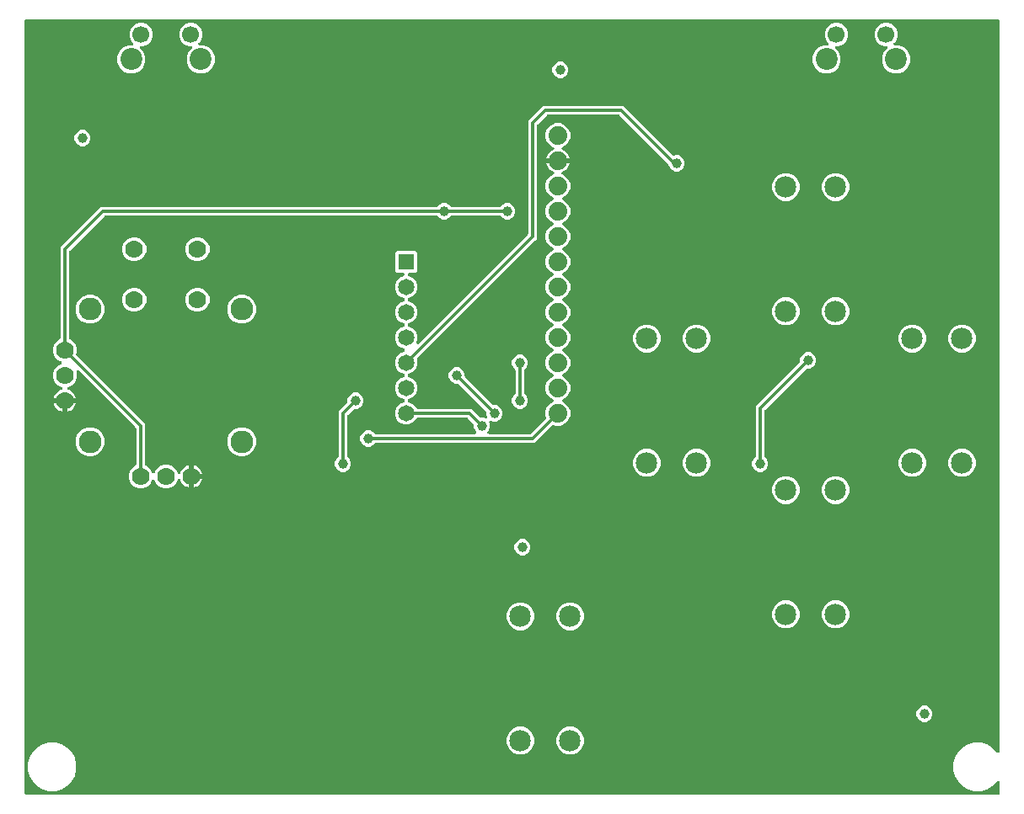
<source format=gbr>
G04 EAGLE Gerber RS-274X export*
G75*
%MOMM*%
%FSLAX34Y34*%
%LPD*%
%INBottom Copper*%
%IPPOS*%
%AMOC8*
5,1,8,0,0,1.08239X$1,22.5*%
G01*
%ADD10C,1.879600*%
%ADD11R,1.650000X1.650000*%
%ADD12C,1.650000*%
%ADD13C,2.286000*%
%ADD14C,1.778000*%
%ADD15C,2.159000*%
%ADD16C,2.200000*%
%ADD17C,1.700000*%
%ADD18C,1.006400*%
%ADD19C,0.304800*%

G36*
X988342Y10164D02*
X988342Y10164D01*
X988368Y10162D01*
X988515Y10184D01*
X988662Y10201D01*
X988687Y10209D01*
X988713Y10213D01*
X988851Y10268D01*
X988990Y10318D01*
X989012Y10332D01*
X989037Y10342D01*
X989158Y10427D01*
X989283Y10507D01*
X989301Y10526D01*
X989323Y10541D01*
X989422Y10651D01*
X989525Y10758D01*
X989539Y10780D01*
X989556Y10800D01*
X989628Y10930D01*
X989704Y11057D01*
X989712Y11082D01*
X989725Y11105D01*
X989765Y11248D01*
X989810Y11389D01*
X989812Y11415D01*
X989820Y11440D01*
X989839Y11684D01*
X989839Y22371D01*
X989837Y22387D01*
X989838Y22399D01*
X989828Y22466D01*
X989825Y22496D01*
X989819Y22621D01*
X989805Y22668D01*
X989799Y22717D01*
X989757Y22835D01*
X989722Y22956D01*
X989698Y22999D01*
X989682Y23045D01*
X989614Y23151D01*
X989553Y23260D01*
X989519Y23297D01*
X989493Y23338D01*
X989402Y23425D01*
X989318Y23518D01*
X989278Y23546D01*
X989242Y23580D01*
X989134Y23645D01*
X989031Y23716D01*
X988985Y23734D01*
X988943Y23759D01*
X988823Y23797D01*
X988706Y23843D01*
X988658Y23850D01*
X988611Y23865D01*
X988486Y23875D01*
X988362Y23893D01*
X988313Y23889D01*
X988264Y23893D01*
X988140Y23875D01*
X988014Y23864D01*
X987968Y23849D01*
X987919Y23841D01*
X987802Y23795D01*
X987683Y23756D01*
X987641Y23731D01*
X987595Y23713D01*
X987492Y23641D01*
X987385Y23576D01*
X987349Y23542D01*
X987309Y23514D01*
X987225Y23421D01*
X987135Y23333D01*
X987121Y23313D01*
X982575Y18767D01*
X977066Y15586D01*
X970921Y13939D01*
X964559Y13939D01*
X958414Y15586D01*
X952905Y18767D01*
X948407Y23265D01*
X945226Y28774D01*
X943579Y34919D01*
X943579Y41281D01*
X945226Y47426D01*
X948407Y52935D01*
X952905Y57433D01*
X958414Y60614D01*
X964559Y62261D01*
X970921Y62261D01*
X977066Y60614D01*
X982575Y57433D01*
X987126Y52882D01*
X987139Y52862D01*
X987174Y52828D01*
X987204Y52789D01*
X987299Y52707D01*
X987390Y52620D01*
X987432Y52595D01*
X987469Y52563D01*
X987581Y52506D01*
X987689Y52441D01*
X987736Y52426D01*
X987779Y52404D01*
X987901Y52373D01*
X988021Y52335D01*
X988070Y52331D01*
X988117Y52319D01*
X988243Y52317D01*
X988368Y52307D01*
X988417Y52314D01*
X988466Y52313D01*
X988589Y52340D01*
X988713Y52359D01*
X988758Y52377D01*
X988806Y52387D01*
X988920Y52441D01*
X989037Y52487D01*
X989077Y52515D01*
X989121Y52536D01*
X989220Y52615D01*
X989323Y52686D01*
X989356Y52723D01*
X989394Y52753D01*
X989472Y52852D01*
X989556Y52945D01*
X989580Y52988D01*
X989611Y53026D01*
X989664Y53140D01*
X989725Y53250D01*
X989738Y53297D01*
X989759Y53342D01*
X989785Y53464D01*
X989820Y53585D01*
X989825Y53647D01*
X989832Y53682D01*
X989831Y53730D01*
X989839Y53829D01*
X989839Y788316D01*
X989836Y788342D01*
X989838Y788368D01*
X989816Y788515D01*
X989799Y788662D01*
X989791Y788687D01*
X989787Y788713D01*
X989732Y788851D01*
X989682Y788990D01*
X989668Y789012D01*
X989658Y789037D01*
X989573Y789158D01*
X989493Y789283D01*
X989474Y789301D01*
X989459Y789323D01*
X989349Y789422D01*
X989242Y789525D01*
X989220Y789539D01*
X989200Y789556D01*
X989070Y789628D01*
X988943Y789704D01*
X988918Y789712D01*
X988895Y789725D01*
X988752Y789765D01*
X988611Y789810D01*
X988585Y789812D01*
X988560Y789820D01*
X988316Y789839D01*
X11684Y789839D01*
X11658Y789836D01*
X11632Y789838D01*
X11485Y789816D01*
X11338Y789799D01*
X11313Y789791D01*
X11287Y789787D01*
X11149Y789732D01*
X11010Y789682D01*
X10988Y789668D01*
X10963Y789658D01*
X10842Y789573D01*
X10717Y789493D01*
X10699Y789474D01*
X10677Y789459D01*
X10578Y789349D01*
X10475Y789242D01*
X10461Y789220D01*
X10444Y789200D01*
X10372Y789070D01*
X10296Y788943D01*
X10288Y788918D01*
X10275Y788895D01*
X10235Y788752D01*
X10190Y788611D01*
X10188Y788585D01*
X10180Y788560D01*
X10161Y788316D01*
X10161Y11684D01*
X10164Y11658D01*
X10162Y11632D01*
X10184Y11485D01*
X10201Y11338D01*
X10209Y11313D01*
X10213Y11287D01*
X10268Y11149D01*
X10318Y11010D01*
X10332Y10988D01*
X10342Y10963D01*
X10427Y10842D01*
X10507Y10717D01*
X10526Y10699D01*
X10541Y10677D01*
X10651Y10578D01*
X10758Y10475D01*
X10780Y10461D01*
X10800Y10444D01*
X10930Y10372D01*
X11057Y10296D01*
X11082Y10288D01*
X11105Y10275D01*
X11248Y10235D01*
X11389Y10190D01*
X11415Y10188D01*
X11440Y10180D01*
X11684Y10161D01*
X988316Y10161D01*
X988342Y10164D01*
G37*
%LPC*%
G36*
X353993Y360219D02*
X353993Y360219D01*
X351023Y361450D01*
X348750Y363723D01*
X347519Y366693D01*
X347519Y369907D01*
X348750Y372877D01*
X351023Y375150D01*
X353993Y376381D01*
X357207Y376381D01*
X360177Y375150D01*
X362009Y373319D01*
X362108Y373240D01*
X362202Y373156D01*
X362244Y373132D01*
X362282Y373102D01*
X362396Y373048D01*
X362507Y372987D01*
X362553Y372974D01*
X362597Y372953D01*
X362720Y372927D01*
X362842Y372892D01*
X362903Y372887D01*
X362938Y372880D01*
X362986Y372881D01*
X363086Y372873D01*
X462922Y372873D01*
X463022Y372884D01*
X463122Y372886D01*
X463194Y372904D01*
X463268Y372913D01*
X463363Y372947D01*
X463460Y372971D01*
X463526Y373005D01*
X463596Y373030D01*
X463681Y373085D01*
X463770Y373131D01*
X463827Y373179D01*
X463889Y373219D01*
X463959Y373291D01*
X464035Y373356D01*
X464080Y373416D01*
X464131Y373470D01*
X464183Y373556D01*
X464242Y373637D01*
X464272Y373705D01*
X464310Y373769D01*
X464341Y373865D01*
X464380Y373957D01*
X464394Y374030D01*
X464416Y374101D01*
X464424Y374201D01*
X464442Y374300D01*
X464438Y374374D01*
X464444Y374448D01*
X464429Y374548D01*
X464424Y374648D01*
X464404Y374719D01*
X464393Y374793D01*
X464355Y374886D01*
X464328Y374983D01*
X464291Y375048D01*
X464264Y375117D01*
X464207Y375199D01*
X464158Y375287D01*
X464092Y375363D01*
X464065Y375403D01*
X464039Y375427D01*
X463999Y375473D01*
X463050Y376423D01*
X461819Y379393D01*
X461819Y381983D01*
X461805Y382109D01*
X461798Y382235D01*
X461785Y382281D01*
X461779Y382329D01*
X461737Y382448D01*
X461702Y382570D01*
X461678Y382612D01*
X461662Y382657D01*
X461593Y382764D01*
X461532Y382874D01*
X461492Y382920D01*
X461473Y382950D01*
X461438Y382984D01*
X461373Y383060D01*
X455752Y388681D01*
X455653Y388760D01*
X455559Y388844D01*
X455517Y388868D01*
X455479Y388898D01*
X455365Y388952D01*
X455254Y389013D01*
X455208Y389026D01*
X455164Y389047D01*
X455041Y389073D01*
X454919Y389108D01*
X454858Y389113D01*
X454823Y389120D01*
X454775Y389119D01*
X454675Y389127D01*
X405053Y389127D01*
X404978Y389119D01*
X404901Y389120D01*
X404805Y389099D01*
X404707Y389087D01*
X404635Y389062D01*
X404561Y389045D01*
X404472Y389003D01*
X404379Y388970D01*
X404315Y388928D01*
X404246Y388896D01*
X404169Y388834D01*
X404086Y388781D01*
X404033Y388726D01*
X403973Y388678D01*
X403912Y388601D01*
X403844Y388530D01*
X403805Y388465D01*
X403757Y388405D01*
X403689Y388272D01*
X403665Y388231D01*
X403659Y388213D01*
X403646Y388187D01*
X403279Y387300D01*
X400100Y384121D01*
X395947Y382401D01*
X391453Y382401D01*
X387300Y384121D01*
X384121Y387300D01*
X382401Y391453D01*
X382401Y395947D01*
X384121Y400100D01*
X387300Y403279D01*
X391438Y404993D01*
X391526Y405042D01*
X391618Y405082D01*
X391678Y405126D01*
X391743Y405162D01*
X391817Y405229D01*
X391898Y405289D01*
X391946Y405346D01*
X392001Y405396D01*
X392058Y405479D01*
X392123Y405555D01*
X392157Y405622D01*
X392199Y405683D01*
X392236Y405776D01*
X392282Y405866D01*
X392300Y405938D01*
X392327Y406007D01*
X392341Y406106D01*
X392366Y406204D01*
X392367Y406278D01*
X392378Y406352D01*
X392369Y406452D01*
X392371Y406552D01*
X392355Y406625D01*
X392349Y406699D01*
X392318Y406795D01*
X392296Y406893D01*
X392264Y406960D01*
X392242Y407031D01*
X392190Y407117D01*
X392147Y407208D01*
X392100Y407266D01*
X392062Y407329D01*
X391992Y407401D01*
X391929Y407480D01*
X391871Y407526D01*
X391819Y407579D01*
X391735Y407634D01*
X391656Y407696D01*
X391566Y407742D01*
X391526Y407768D01*
X391492Y407780D01*
X391438Y407807D01*
X387300Y409521D01*
X384121Y412700D01*
X382401Y416853D01*
X382401Y421347D01*
X384121Y425500D01*
X387300Y428679D01*
X391438Y430393D01*
X391526Y430442D01*
X391618Y430482D01*
X391678Y430526D01*
X391743Y430562D01*
X391817Y430629D01*
X391898Y430689D01*
X391946Y430746D01*
X392001Y430796D01*
X392058Y430879D01*
X392123Y430955D01*
X392157Y431022D01*
X392199Y431083D01*
X392236Y431176D01*
X392282Y431266D01*
X392300Y431338D01*
X392327Y431407D01*
X392341Y431506D01*
X392366Y431604D01*
X392367Y431678D01*
X392378Y431752D01*
X392369Y431852D01*
X392371Y431952D01*
X392355Y432025D01*
X392349Y432099D01*
X392318Y432195D01*
X392296Y432293D01*
X392264Y432360D01*
X392242Y432431D01*
X392190Y432517D01*
X392147Y432608D01*
X392100Y432666D01*
X392062Y432729D01*
X391992Y432801D01*
X391929Y432880D01*
X391871Y432926D01*
X391819Y432979D01*
X391735Y433034D01*
X391656Y433096D01*
X391566Y433142D01*
X391526Y433168D01*
X391492Y433180D01*
X391438Y433207D01*
X387300Y434921D01*
X384121Y438100D01*
X382401Y442253D01*
X382401Y446747D01*
X384121Y450900D01*
X387300Y454079D01*
X391438Y455793D01*
X391526Y455842D01*
X391618Y455882D01*
X391678Y455926D01*
X391743Y455962D01*
X391817Y456029D01*
X391898Y456089D01*
X391946Y456146D01*
X392001Y456196D01*
X392058Y456279D01*
X392123Y456355D01*
X392157Y456422D01*
X392199Y456483D01*
X392236Y456576D01*
X392282Y456666D01*
X392300Y456738D01*
X392327Y456807D01*
X392341Y456906D01*
X392366Y457004D01*
X392367Y457078D01*
X392378Y457152D01*
X392369Y457252D01*
X392371Y457352D01*
X392355Y457425D01*
X392349Y457499D01*
X392318Y457595D01*
X392296Y457693D01*
X392264Y457760D01*
X392242Y457831D01*
X392190Y457917D01*
X392147Y458008D01*
X392100Y458066D01*
X392062Y458129D01*
X391992Y458201D01*
X391929Y458280D01*
X391871Y458326D01*
X391819Y458379D01*
X391735Y458434D01*
X391656Y458496D01*
X391566Y458542D01*
X391526Y458568D01*
X391492Y458580D01*
X391438Y458607D01*
X387300Y460321D01*
X384121Y463500D01*
X382401Y467653D01*
X382401Y472147D01*
X384121Y476300D01*
X387300Y479479D01*
X391438Y481193D01*
X391526Y481242D01*
X391618Y481282D01*
X391678Y481326D01*
X391743Y481362D01*
X391817Y481429D01*
X391898Y481489D01*
X391946Y481546D01*
X392001Y481596D01*
X392058Y481679D01*
X392123Y481755D01*
X392157Y481822D01*
X392199Y481883D01*
X392236Y481976D01*
X392282Y482066D01*
X392300Y482138D01*
X392327Y482207D01*
X392341Y482306D01*
X392366Y482404D01*
X392367Y482478D01*
X392378Y482552D01*
X392369Y482652D01*
X392371Y482752D01*
X392355Y482825D01*
X392349Y482899D01*
X392318Y482995D01*
X392296Y483093D01*
X392264Y483160D01*
X392242Y483231D01*
X392190Y483317D01*
X392147Y483408D01*
X392100Y483466D01*
X392062Y483529D01*
X391992Y483601D01*
X391929Y483680D01*
X391871Y483726D01*
X391819Y483779D01*
X391735Y483834D01*
X391656Y483896D01*
X391566Y483942D01*
X391526Y483968D01*
X391492Y483980D01*
X391438Y484007D01*
X387300Y485721D01*
X384121Y488900D01*
X382401Y493053D01*
X382401Y497547D01*
X384121Y501700D01*
X387300Y504879D01*
X391438Y506593D01*
X391526Y506642D01*
X391618Y506682D01*
X391678Y506726D01*
X391743Y506762D01*
X391817Y506829D01*
X391898Y506889D01*
X391946Y506946D01*
X392001Y506996D01*
X392058Y507079D01*
X392123Y507155D01*
X392157Y507222D01*
X392199Y507283D01*
X392236Y507376D01*
X392282Y507466D01*
X392300Y507538D01*
X392327Y507607D01*
X392341Y507706D01*
X392366Y507804D01*
X392367Y507878D01*
X392378Y507952D01*
X392369Y508052D01*
X392371Y508152D01*
X392355Y508225D01*
X392349Y508299D01*
X392318Y508395D01*
X392296Y508493D01*
X392264Y508560D01*
X392242Y508631D01*
X392190Y508717D01*
X392147Y508808D01*
X392100Y508866D01*
X392062Y508929D01*
X391992Y509001D01*
X391929Y509080D01*
X391871Y509126D01*
X391819Y509179D01*
X391735Y509234D01*
X391656Y509296D01*
X391566Y509342D01*
X391526Y509368D01*
X391492Y509380D01*
X391438Y509407D01*
X387300Y511121D01*
X384121Y514300D01*
X382401Y518453D01*
X382401Y522947D01*
X384121Y527100D01*
X387300Y530279D01*
X391144Y531871D01*
X391188Y531895D01*
X391235Y531912D01*
X391339Y531980D01*
X391448Y532040D01*
X391485Y532074D01*
X391528Y532101D01*
X391614Y532191D01*
X391706Y532274D01*
X391735Y532316D01*
X391770Y532352D01*
X391834Y532459D01*
X391904Y532561D01*
X391923Y532608D01*
X391949Y532651D01*
X391987Y532769D01*
X392032Y532885D01*
X392040Y532935D01*
X392055Y532983D01*
X392065Y533107D01*
X392083Y533230D01*
X392079Y533280D01*
X392083Y533330D01*
X392065Y533453D01*
X392054Y533577D01*
X392039Y533625D01*
X392031Y533675D01*
X391985Y533790D01*
X391947Y533909D01*
X391921Y533952D01*
X391903Y533999D01*
X391832Y534101D01*
X391767Y534207D01*
X391732Y534244D01*
X391704Y534285D01*
X391611Y534368D01*
X391525Y534457D01*
X391482Y534485D01*
X391445Y534518D01*
X391336Y534578D01*
X391231Y534646D01*
X391184Y534663D01*
X391140Y534687D01*
X391020Y534721D01*
X390903Y534762D01*
X390853Y534768D01*
X390804Y534782D01*
X390561Y534801D01*
X384187Y534801D01*
X382401Y536587D01*
X382401Y555613D01*
X384187Y557399D01*
X403213Y557399D01*
X404999Y555613D01*
X404999Y536587D01*
X403213Y534801D01*
X396839Y534801D01*
X396789Y534796D01*
X396739Y534798D01*
X396617Y534776D01*
X396493Y534761D01*
X396446Y534744D01*
X396396Y534735D01*
X396282Y534686D01*
X396165Y534644D01*
X396123Y534617D01*
X396077Y534597D01*
X395977Y534522D01*
X395872Y534455D01*
X395837Y534419D01*
X395797Y534389D01*
X395717Y534294D01*
X395630Y534204D01*
X395604Y534161D01*
X395572Y534123D01*
X395515Y534012D01*
X395451Y533905D01*
X395436Y533857D01*
X395413Y533812D01*
X395383Y533692D01*
X395345Y533573D01*
X395341Y533523D01*
X395329Y533474D01*
X395327Y533350D01*
X395317Y533226D01*
X395324Y533176D01*
X395324Y533126D01*
X395350Y533004D01*
X395369Y532881D01*
X395387Y532834D01*
X395398Y532785D01*
X395451Y532673D01*
X395497Y532557D01*
X395526Y532516D01*
X395548Y532470D01*
X395625Y532373D01*
X395696Y532271D01*
X395734Y532237D01*
X395765Y532198D01*
X395863Y532121D01*
X395955Y532038D01*
X395999Y532013D01*
X396039Y531982D01*
X396256Y531871D01*
X400100Y530279D01*
X403279Y527100D01*
X404999Y522947D01*
X404999Y518453D01*
X403279Y514300D01*
X400100Y511121D01*
X395962Y509407D01*
X395874Y509359D01*
X395782Y509319D01*
X395722Y509274D01*
X395657Y509238D01*
X395583Y509171D01*
X395502Y509111D01*
X395454Y509054D01*
X395399Y509004D01*
X395342Y508921D01*
X395277Y508845D01*
X395243Y508778D01*
X395201Y508717D01*
X395164Y508624D01*
X395118Y508534D01*
X395101Y508462D01*
X395073Y508393D01*
X395059Y508294D01*
X395034Y508196D01*
X395033Y508122D01*
X395022Y508048D01*
X395031Y507948D01*
X395029Y507848D01*
X395045Y507775D01*
X395051Y507701D01*
X395082Y507605D01*
X395104Y507507D01*
X395136Y507440D01*
X395158Y507369D01*
X395210Y507283D01*
X395253Y507192D01*
X395300Y507134D01*
X395338Y507071D01*
X395408Y506998D01*
X395471Y506920D01*
X395529Y506874D01*
X395581Y506821D01*
X395665Y506766D01*
X395744Y506704D01*
X395834Y506658D01*
X395874Y506632D01*
X395908Y506620D01*
X395962Y506593D01*
X400100Y504879D01*
X403279Y501700D01*
X404999Y497547D01*
X404999Y493053D01*
X403279Y488900D01*
X400100Y485721D01*
X395962Y484007D01*
X395874Y483959D01*
X395782Y483919D01*
X395722Y483874D01*
X395657Y483838D01*
X395583Y483771D01*
X395502Y483711D01*
X395454Y483654D01*
X395399Y483604D01*
X395342Y483521D01*
X395277Y483445D01*
X395243Y483378D01*
X395201Y483317D01*
X395164Y483224D01*
X395118Y483134D01*
X395101Y483062D01*
X395073Y482993D01*
X395059Y482894D01*
X395034Y482796D01*
X395033Y482722D01*
X395022Y482648D01*
X395031Y482548D01*
X395029Y482448D01*
X395045Y482375D01*
X395051Y482301D01*
X395082Y482205D01*
X395104Y482107D01*
X395136Y482040D01*
X395158Y481969D01*
X395210Y481883D01*
X395253Y481792D01*
X395300Y481734D01*
X395338Y481671D01*
X395408Y481598D01*
X395471Y481520D01*
X395529Y481474D01*
X395581Y481421D01*
X395665Y481366D01*
X395744Y481304D01*
X395834Y481258D01*
X395874Y481232D01*
X395908Y481220D01*
X395962Y481193D01*
X400100Y479479D01*
X403279Y476300D01*
X404999Y472147D01*
X404999Y467653D01*
X404120Y465531D01*
X404106Y465483D01*
X404085Y465437D01*
X404059Y465316D01*
X404024Y465196D01*
X404022Y465146D01*
X404011Y465097D01*
X404014Y464972D01*
X404007Y464848D01*
X404016Y464799D01*
X404017Y464748D01*
X404048Y464628D01*
X404070Y464505D01*
X404090Y464459D01*
X404102Y464410D01*
X404159Y464300D01*
X404209Y464186D01*
X404239Y464145D01*
X404262Y464100D01*
X404343Y464006D01*
X404417Y463906D01*
X404455Y463873D01*
X404488Y463835D01*
X404588Y463761D01*
X404683Y463681D01*
X404728Y463658D01*
X404768Y463628D01*
X404882Y463579D01*
X404993Y463522D01*
X405042Y463510D01*
X405088Y463490D01*
X405211Y463468D01*
X405331Y463438D01*
X405382Y463437D01*
X405431Y463428D01*
X405555Y463435D01*
X405680Y463433D01*
X405729Y463444D01*
X405779Y463446D01*
X405899Y463481D01*
X406020Y463507D01*
X406066Y463529D01*
X406114Y463543D01*
X406223Y463603D01*
X406335Y463657D01*
X406374Y463688D01*
X406418Y463713D01*
X406604Y463871D01*
X515681Y572948D01*
X515760Y573047D01*
X515844Y573141D01*
X515868Y573183D01*
X515898Y573221D01*
X515952Y573335D01*
X516013Y573446D01*
X516026Y573492D01*
X516047Y573536D01*
X516073Y573659D01*
X516108Y573781D01*
X516113Y573842D01*
X516120Y573877D01*
X516119Y573925D01*
X516127Y574025D01*
X516127Y686710D01*
X516823Y688390D01*
X530810Y702377D01*
X532490Y703073D01*
X610510Y703073D01*
X612190Y702377D01*
X661352Y653215D01*
X661412Y653167D01*
X661465Y653112D01*
X661548Y653059D01*
X661625Y652998D01*
X661694Y652965D01*
X661759Y652924D01*
X661851Y652891D01*
X661940Y652849D01*
X662015Y652833D01*
X662087Y652807D01*
X662185Y652796D01*
X662281Y652776D01*
X662357Y652777D01*
X662433Y652768D01*
X662531Y652780D01*
X662630Y652782D01*
X662704Y652800D01*
X662780Y652809D01*
X662921Y652855D01*
X662968Y652867D01*
X662985Y652875D01*
X663012Y652884D01*
X663873Y653241D01*
X667087Y653241D01*
X670057Y652010D01*
X672330Y649737D01*
X673561Y646767D01*
X673561Y643553D01*
X672330Y640583D01*
X670057Y638310D01*
X667087Y637079D01*
X663873Y637079D01*
X660903Y638310D01*
X658630Y640583D01*
X657399Y643553D01*
X657399Y643603D01*
X657385Y643729D01*
X657378Y643855D01*
X657365Y643901D01*
X657359Y643949D01*
X657317Y644068D01*
X657282Y644190D01*
X657258Y644232D01*
X657242Y644277D01*
X657173Y644384D01*
X657112Y644494D01*
X657072Y644540D01*
X657053Y644570D01*
X657018Y644604D01*
X656953Y644680D01*
X608152Y693481D01*
X608053Y693560D01*
X607959Y693644D01*
X607917Y693668D01*
X607879Y693698D01*
X607765Y693752D01*
X607654Y693813D01*
X607608Y693826D01*
X607564Y693847D01*
X607441Y693873D01*
X607319Y693908D01*
X607258Y693913D01*
X607223Y693920D01*
X607175Y693919D01*
X607075Y693927D01*
X535925Y693927D01*
X535799Y693913D01*
X535673Y693906D01*
X535627Y693893D01*
X535579Y693887D01*
X535460Y693845D01*
X535338Y693810D01*
X535296Y693786D01*
X535251Y693770D01*
X535144Y693701D01*
X535034Y693640D01*
X534988Y693600D01*
X534958Y693581D01*
X534924Y693546D01*
X534848Y693481D01*
X525719Y684352D01*
X525640Y684253D01*
X525556Y684159D01*
X525532Y684117D01*
X525502Y684079D01*
X525448Y683965D01*
X525387Y683854D01*
X525374Y683808D01*
X525353Y683764D01*
X525327Y683641D01*
X525292Y683519D01*
X525287Y683458D01*
X525280Y683423D01*
X525281Y683375D01*
X525273Y683275D01*
X525273Y570590D01*
X524577Y568910D01*
X523076Y567409D01*
X404961Y449295D01*
X404914Y449235D01*
X404859Y449182D01*
X404806Y449099D01*
X404745Y449022D01*
X404712Y448953D01*
X404671Y448888D01*
X404638Y448796D01*
X404596Y448707D01*
X404580Y448632D01*
X404554Y448560D01*
X404543Y448462D01*
X404523Y448366D01*
X404524Y448290D01*
X404515Y448213D01*
X404527Y448116D01*
X404529Y448017D01*
X404547Y447943D01*
X404556Y447867D01*
X404602Y447725D01*
X404614Y447679D01*
X404622Y447662D01*
X404631Y447635D01*
X404999Y446747D01*
X404999Y442253D01*
X403279Y438100D01*
X400100Y434921D01*
X395962Y433207D01*
X395874Y433159D01*
X395782Y433119D01*
X395722Y433074D01*
X395657Y433038D01*
X395583Y432971D01*
X395502Y432911D01*
X395454Y432854D01*
X395399Y432804D01*
X395342Y432721D01*
X395277Y432645D01*
X395243Y432578D01*
X395201Y432517D01*
X395164Y432424D01*
X395118Y432334D01*
X395101Y432262D01*
X395073Y432193D01*
X395059Y432094D01*
X395034Y431996D01*
X395033Y431922D01*
X395022Y431848D01*
X395031Y431748D01*
X395029Y431648D01*
X395045Y431575D01*
X395051Y431501D01*
X395082Y431405D01*
X395104Y431307D01*
X395136Y431240D01*
X395158Y431169D01*
X395210Y431083D01*
X395253Y430992D01*
X395300Y430934D01*
X395338Y430871D01*
X395408Y430798D01*
X395471Y430720D01*
X395529Y430674D01*
X395581Y430621D01*
X395665Y430566D01*
X395744Y430504D01*
X395834Y430458D01*
X395874Y430432D01*
X395908Y430420D01*
X395962Y430393D01*
X400100Y428679D01*
X403279Y425500D01*
X404999Y421347D01*
X404999Y416853D01*
X403279Y412700D01*
X400100Y409521D01*
X395962Y407807D01*
X395874Y407759D01*
X395782Y407719D01*
X395722Y407674D01*
X395657Y407638D01*
X395583Y407571D01*
X395502Y407511D01*
X395454Y407454D01*
X395399Y407404D01*
X395342Y407321D01*
X395277Y407245D01*
X395243Y407178D01*
X395201Y407117D01*
X395164Y407024D01*
X395118Y406934D01*
X395101Y406862D01*
X395073Y406793D01*
X395059Y406694D01*
X395034Y406596D01*
X395033Y406522D01*
X395022Y406448D01*
X395031Y406348D01*
X395029Y406248D01*
X395045Y406175D01*
X395051Y406101D01*
X395082Y406005D01*
X395104Y405907D01*
X395136Y405840D01*
X395158Y405769D01*
X395210Y405683D01*
X395253Y405592D01*
X395300Y405534D01*
X395338Y405471D01*
X395408Y405398D01*
X395471Y405320D01*
X395529Y405274D01*
X395581Y405221D01*
X395665Y405166D01*
X395744Y405104D01*
X395834Y405058D01*
X395874Y405032D01*
X395908Y405020D01*
X395962Y404993D01*
X400100Y403279D01*
X403279Y400100D01*
X403646Y399213D01*
X403683Y399146D01*
X403711Y399075D01*
X403767Y398995D01*
X403815Y398908D01*
X403867Y398852D01*
X403910Y398789D01*
X403983Y398723D01*
X404050Y398650D01*
X404112Y398607D01*
X404169Y398556D01*
X404255Y398508D01*
X404336Y398452D01*
X404407Y398424D01*
X404474Y398387D01*
X404569Y398360D01*
X404660Y398324D01*
X404736Y398313D01*
X404810Y398292D01*
X404958Y398280D01*
X405005Y398273D01*
X405024Y398275D01*
X405053Y398273D01*
X458110Y398273D01*
X459790Y397577D01*
X467840Y389527D01*
X467939Y389448D01*
X468033Y389364D01*
X468075Y389340D01*
X468113Y389310D01*
X468227Y389256D01*
X468338Y389195D01*
X468384Y389182D01*
X468428Y389161D01*
X468551Y389135D01*
X468673Y389100D01*
X468734Y389095D01*
X468769Y389088D01*
X468817Y389089D01*
X468917Y389081D01*
X471507Y389081D01*
X473251Y388358D01*
X473348Y388331D01*
X473441Y388294D01*
X473515Y388283D01*
X473587Y388263D01*
X473687Y388258D01*
X473786Y388243D01*
X473861Y388249D01*
X473935Y388246D01*
X474033Y388264D01*
X474134Y388272D01*
X474204Y388295D01*
X474278Y388308D01*
X474370Y388348D01*
X474465Y388379D01*
X474529Y388417D01*
X474597Y388447D01*
X474678Y388507D01*
X474764Y388559D01*
X474817Y388611D01*
X474877Y388655D01*
X474942Y388732D01*
X475014Y388802D01*
X475054Y388864D01*
X475102Y388921D01*
X475148Y389010D01*
X475202Y389095D01*
X475227Y389165D01*
X475261Y389231D01*
X475285Y389329D01*
X475319Y389423D01*
X475327Y389497D01*
X475345Y389569D01*
X475346Y389670D01*
X475358Y389770D01*
X475349Y389843D01*
X475350Y389918D01*
X475329Y390016D01*
X475317Y390116D01*
X475286Y390211D01*
X475276Y390258D01*
X475260Y390291D01*
X475242Y390349D01*
X474519Y392093D01*
X474519Y394683D01*
X474505Y394809D01*
X474498Y394935D01*
X474485Y394981D01*
X474479Y395029D01*
X474437Y395148D01*
X474402Y395270D01*
X474378Y395312D01*
X474362Y395357D01*
X474293Y395463D01*
X474232Y395574D01*
X474192Y395620D01*
X474173Y395650D01*
X474138Y395684D01*
X474073Y395760D01*
X446560Y423273D01*
X446461Y423352D01*
X446367Y423436D01*
X446325Y423460D01*
X446287Y423490D01*
X446173Y423544D01*
X446062Y423605D01*
X446016Y423618D01*
X445972Y423639D01*
X445849Y423665D01*
X445727Y423700D01*
X445666Y423705D01*
X445631Y423712D01*
X445583Y423711D01*
X445483Y423719D01*
X442893Y423719D01*
X439923Y424950D01*
X437650Y427223D01*
X436419Y430193D01*
X436419Y433407D01*
X437650Y436377D01*
X439923Y438650D01*
X442893Y439881D01*
X446107Y439881D01*
X449077Y438650D01*
X451350Y436377D01*
X452581Y433407D01*
X452581Y430817D01*
X452595Y430691D01*
X452602Y430565D01*
X452615Y430519D01*
X452621Y430471D01*
X452663Y430352D01*
X452698Y430230D01*
X452722Y430188D01*
X452738Y430143D01*
X452807Y430036D01*
X452868Y429926D01*
X452908Y429880D01*
X452927Y429850D01*
X452962Y429816D01*
X453027Y429740D01*
X480540Y402227D01*
X480639Y402148D01*
X480733Y402064D01*
X480775Y402040D01*
X480813Y402010D01*
X480927Y401956D01*
X481038Y401895D01*
X481084Y401882D01*
X481128Y401861D01*
X481251Y401835D01*
X481373Y401800D01*
X481434Y401795D01*
X481469Y401788D01*
X481517Y401789D01*
X481617Y401781D01*
X484207Y401781D01*
X487177Y400550D01*
X489450Y398277D01*
X490681Y395307D01*
X490681Y392093D01*
X489450Y389123D01*
X487177Y386850D01*
X484207Y385619D01*
X480993Y385619D01*
X479376Y386289D01*
X479249Y386342D01*
X479152Y386369D01*
X479059Y386406D01*
X478985Y386417D01*
X478913Y386437D01*
X478813Y386442D01*
X478714Y386457D01*
X478639Y386451D01*
X478565Y386454D01*
X478467Y386436D01*
X478366Y386428D01*
X478296Y386405D01*
X478222Y386392D01*
X478130Y386352D01*
X478035Y386321D01*
X477971Y386283D01*
X477903Y386253D01*
X477822Y386193D01*
X477736Y386141D01*
X477683Y386089D01*
X477623Y386045D01*
X477558Y385968D01*
X477486Y385898D01*
X477446Y385836D01*
X477398Y385779D01*
X477352Y385690D01*
X477298Y385605D01*
X477273Y385535D01*
X477239Y385469D01*
X477215Y385371D01*
X477181Y385277D01*
X477173Y385203D01*
X477155Y385131D01*
X477154Y385030D01*
X477142Y384930D01*
X477151Y384857D01*
X477150Y384782D01*
X477171Y384684D01*
X477183Y384584D01*
X477214Y384489D01*
X477224Y384442D01*
X477240Y384409D01*
X477258Y384351D01*
X477981Y382607D01*
X477981Y379393D01*
X476750Y376423D01*
X475801Y375473D01*
X475738Y375394D01*
X475669Y375322D01*
X475631Y375258D01*
X475584Y375200D01*
X475541Y375109D01*
X475490Y375023D01*
X475467Y374952D01*
X475435Y374885D01*
X475414Y374787D01*
X475384Y374691D01*
X475378Y374617D01*
X475362Y374544D01*
X475364Y374444D01*
X475356Y374344D01*
X475367Y374270D01*
X475368Y374196D01*
X475392Y374099D01*
X475407Y373999D01*
X475435Y373930D01*
X475453Y373858D01*
X475499Y373769D01*
X475536Y373675D01*
X475579Y373614D01*
X475613Y373548D01*
X475678Y373472D01*
X475735Y373389D01*
X475790Y373339D01*
X475838Y373283D01*
X475919Y373223D01*
X475994Y373156D01*
X476059Y373120D01*
X476119Y373075D01*
X476211Y373036D01*
X476299Y372987D01*
X476371Y372967D01*
X476439Y372937D01*
X476538Y372920D01*
X476634Y372892D01*
X476734Y372884D01*
X476782Y372876D01*
X476818Y372878D01*
X476878Y372873D01*
X518175Y372873D01*
X518301Y372887D01*
X518427Y372894D01*
X518473Y372907D01*
X518521Y372913D01*
X518640Y372955D01*
X518762Y372990D01*
X518804Y373014D01*
X518849Y373030D01*
X518956Y373099D01*
X519066Y373160D01*
X519112Y373200D01*
X519142Y373219D01*
X519176Y373254D01*
X519252Y373319D01*
X533960Y388027D01*
X534007Y388087D01*
X534062Y388140D01*
X534115Y388223D01*
X534177Y388300D01*
X534209Y388369D01*
X534250Y388433D01*
X534283Y388526D01*
X534325Y388615D01*
X534342Y388689D01*
X534367Y388762D01*
X534378Y388860D01*
X534399Y388956D01*
X534398Y389032D01*
X534406Y389108D01*
X534395Y389206D01*
X534393Y389304D01*
X534374Y389378D01*
X534365Y389454D01*
X534319Y389596D01*
X534308Y389642D01*
X534299Y389659D01*
X534290Y389687D01*
X533653Y391224D01*
X533653Y396176D01*
X535548Y400751D01*
X539049Y404252D01*
X540838Y404993D01*
X540926Y405041D01*
X541018Y405081D01*
X541078Y405126D01*
X541143Y405162D01*
X541217Y405229D01*
X541298Y405289D01*
X541346Y405346D01*
X541401Y405396D01*
X541458Y405479D01*
X541523Y405555D01*
X541557Y405622D01*
X541599Y405683D01*
X541636Y405776D01*
X541682Y405866D01*
X541700Y405938D01*
X541727Y406007D01*
X541742Y406106D01*
X541766Y406204D01*
X541767Y406278D01*
X541778Y406352D01*
X541769Y406452D01*
X541771Y406552D01*
X541755Y406625D01*
X541749Y406699D01*
X541718Y406795D01*
X541697Y406893D01*
X541665Y406960D01*
X541642Y407031D01*
X541590Y407117D01*
X541547Y407208D01*
X541500Y407266D01*
X541462Y407329D01*
X541392Y407402D01*
X541329Y407480D01*
X541271Y407526D01*
X541219Y407579D01*
X541135Y407634D01*
X541056Y407696D01*
X540966Y407742D01*
X540926Y407768D01*
X540892Y407780D01*
X540838Y407807D01*
X539049Y408548D01*
X535548Y412049D01*
X533653Y416624D01*
X533653Y421576D01*
X535548Y426151D01*
X539049Y429652D01*
X540838Y430393D01*
X540926Y430441D01*
X541018Y430481D01*
X541078Y430526D01*
X541143Y430562D01*
X541217Y430629D01*
X541298Y430689D01*
X541346Y430746D01*
X541401Y430796D01*
X541458Y430879D01*
X541523Y430955D01*
X541557Y431022D01*
X541599Y431083D01*
X541636Y431176D01*
X541682Y431266D01*
X541700Y431338D01*
X541727Y431407D01*
X541742Y431506D01*
X541766Y431604D01*
X541767Y431678D01*
X541778Y431752D01*
X541769Y431852D01*
X541771Y431952D01*
X541755Y432025D01*
X541749Y432099D01*
X541718Y432195D01*
X541697Y432293D01*
X541665Y432360D01*
X541642Y432431D01*
X541590Y432517D01*
X541547Y432608D01*
X541500Y432666D01*
X541462Y432729D01*
X541392Y432802D01*
X541329Y432880D01*
X541271Y432926D01*
X541219Y432979D01*
X541135Y433034D01*
X541056Y433096D01*
X540966Y433142D01*
X540926Y433168D01*
X540892Y433180D01*
X540838Y433207D01*
X539049Y433948D01*
X535548Y437449D01*
X533653Y442024D01*
X533653Y446976D01*
X535548Y451551D01*
X539049Y455052D01*
X540838Y455793D01*
X540926Y455841D01*
X541018Y455881D01*
X541078Y455926D01*
X541143Y455962D01*
X541217Y456029D01*
X541298Y456089D01*
X541346Y456146D01*
X541401Y456196D01*
X541458Y456279D01*
X541523Y456355D01*
X541557Y456422D01*
X541599Y456483D01*
X541636Y456576D01*
X541682Y456666D01*
X541700Y456738D01*
X541727Y456807D01*
X541742Y456906D01*
X541766Y457004D01*
X541767Y457078D01*
X541778Y457152D01*
X541769Y457252D01*
X541771Y457352D01*
X541755Y457425D01*
X541749Y457499D01*
X541718Y457595D01*
X541697Y457693D01*
X541665Y457760D01*
X541642Y457831D01*
X541590Y457917D01*
X541547Y458008D01*
X541500Y458066D01*
X541462Y458129D01*
X541392Y458202D01*
X541329Y458280D01*
X541271Y458326D01*
X541219Y458379D01*
X541135Y458434D01*
X541056Y458496D01*
X540966Y458542D01*
X540926Y458568D01*
X540892Y458580D01*
X540838Y458607D01*
X539049Y459348D01*
X535548Y462849D01*
X533653Y467424D01*
X533653Y472376D01*
X535548Y476951D01*
X539049Y480452D01*
X540838Y481193D01*
X540926Y481241D01*
X541018Y481281D01*
X541078Y481326D01*
X541143Y481362D01*
X541217Y481429D01*
X541298Y481489D01*
X541346Y481546D01*
X541401Y481596D01*
X541458Y481679D01*
X541523Y481755D01*
X541557Y481822D01*
X541599Y481883D01*
X541636Y481976D01*
X541682Y482066D01*
X541700Y482138D01*
X541727Y482207D01*
X541742Y482306D01*
X541766Y482404D01*
X541767Y482478D01*
X541778Y482552D01*
X541769Y482652D01*
X541771Y482752D01*
X541755Y482825D01*
X541749Y482899D01*
X541718Y482995D01*
X541697Y483093D01*
X541665Y483160D01*
X541642Y483231D01*
X541590Y483317D01*
X541547Y483408D01*
X541500Y483466D01*
X541462Y483529D01*
X541392Y483602D01*
X541329Y483680D01*
X541271Y483726D01*
X541219Y483779D01*
X541135Y483834D01*
X541056Y483896D01*
X540966Y483942D01*
X540926Y483968D01*
X540892Y483980D01*
X540838Y484007D01*
X539049Y484748D01*
X535548Y488249D01*
X533653Y492824D01*
X533653Y497776D01*
X535548Y502351D01*
X539049Y505852D01*
X540838Y506593D01*
X540926Y506641D01*
X541018Y506681D01*
X541078Y506726D01*
X541143Y506762D01*
X541217Y506829D01*
X541298Y506889D01*
X541346Y506946D01*
X541401Y506996D01*
X541458Y507079D01*
X541523Y507155D01*
X541557Y507222D01*
X541599Y507283D01*
X541636Y507376D01*
X541682Y507466D01*
X541700Y507538D01*
X541727Y507607D01*
X541742Y507706D01*
X541766Y507804D01*
X541767Y507878D01*
X541778Y507952D01*
X541769Y508052D01*
X541771Y508152D01*
X541755Y508225D01*
X541749Y508299D01*
X541718Y508395D01*
X541697Y508493D01*
X541665Y508560D01*
X541642Y508631D01*
X541590Y508717D01*
X541547Y508808D01*
X541500Y508866D01*
X541462Y508929D01*
X541392Y509002D01*
X541329Y509080D01*
X541271Y509126D01*
X541219Y509179D01*
X541135Y509234D01*
X541056Y509296D01*
X540966Y509342D01*
X540926Y509368D01*
X540892Y509380D01*
X540838Y509407D01*
X539049Y510148D01*
X535548Y513649D01*
X533653Y518224D01*
X533653Y523176D01*
X535548Y527751D01*
X539049Y531252D01*
X540838Y531993D01*
X540926Y532041D01*
X541018Y532081D01*
X541078Y532126D01*
X541143Y532162D01*
X541217Y532229D01*
X541298Y532289D01*
X541346Y532346D01*
X541401Y532396D01*
X541458Y532479D01*
X541523Y532555D01*
X541557Y532622D01*
X541599Y532683D01*
X541636Y532776D01*
X541682Y532866D01*
X541700Y532938D01*
X541727Y533007D01*
X541742Y533106D01*
X541766Y533204D01*
X541767Y533278D01*
X541778Y533352D01*
X541769Y533452D01*
X541771Y533552D01*
X541755Y533625D01*
X541749Y533699D01*
X541718Y533795D01*
X541697Y533893D01*
X541665Y533960D01*
X541642Y534031D01*
X541590Y534117D01*
X541547Y534208D01*
X541500Y534266D01*
X541462Y534329D01*
X541392Y534402D01*
X541329Y534480D01*
X541271Y534526D01*
X541219Y534579D01*
X541135Y534634D01*
X541056Y534696D01*
X540966Y534742D01*
X540926Y534768D01*
X540892Y534780D01*
X540838Y534807D01*
X539049Y535548D01*
X535548Y539049D01*
X533653Y543624D01*
X533653Y548576D01*
X535548Y553151D01*
X539049Y556652D01*
X540838Y557393D01*
X540926Y557441D01*
X541018Y557481D01*
X541078Y557526D01*
X541143Y557562D01*
X541217Y557629D01*
X541298Y557689D01*
X541346Y557746D01*
X541401Y557796D01*
X541458Y557879D01*
X541523Y557955D01*
X541557Y558022D01*
X541599Y558083D01*
X541636Y558176D01*
X541682Y558266D01*
X541700Y558338D01*
X541727Y558407D01*
X541742Y558506D01*
X541766Y558604D01*
X541767Y558678D01*
X541778Y558752D01*
X541769Y558852D01*
X541771Y558952D01*
X541755Y559025D01*
X541749Y559099D01*
X541718Y559195D01*
X541697Y559293D01*
X541665Y559360D01*
X541642Y559431D01*
X541590Y559517D01*
X541547Y559608D01*
X541500Y559666D01*
X541462Y559729D01*
X541392Y559802D01*
X541329Y559880D01*
X541271Y559926D01*
X541219Y559979D01*
X541135Y560034D01*
X541056Y560096D01*
X540966Y560142D01*
X540926Y560168D01*
X540892Y560180D01*
X540838Y560207D01*
X539049Y560948D01*
X535548Y564449D01*
X533653Y569024D01*
X533653Y573976D01*
X535548Y578551D01*
X539049Y582052D01*
X540838Y582793D01*
X540926Y582841D01*
X541018Y582881D01*
X541078Y582926D01*
X541143Y582962D01*
X541217Y583029D01*
X541298Y583089D01*
X541346Y583146D01*
X541401Y583196D01*
X541458Y583279D01*
X541523Y583355D01*
X541557Y583422D01*
X541599Y583483D01*
X541636Y583576D01*
X541682Y583666D01*
X541700Y583738D01*
X541727Y583807D01*
X541742Y583906D01*
X541766Y584004D01*
X541767Y584078D01*
X541778Y584152D01*
X541769Y584252D01*
X541771Y584352D01*
X541755Y584425D01*
X541749Y584499D01*
X541718Y584595D01*
X541697Y584693D01*
X541665Y584760D01*
X541642Y584831D01*
X541590Y584917D01*
X541547Y585008D01*
X541500Y585066D01*
X541462Y585129D01*
X541392Y585202D01*
X541329Y585280D01*
X541271Y585326D01*
X541219Y585379D01*
X541135Y585434D01*
X541056Y585496D01*
X540966Y585542D01*
X540926Y585568D01*
X540892Y585580D01*
X540838Y585607D01*
X539049Y586348D01*
X535548Y589849D01*
X533653Y594424D01*
X533653Y599376D01*
X535548Y603951D01*
X539049Y607452D01*
X540838Y608193D01*
X540926Y608241D01*
X541018Y608281D01*
X541078Y608326D01*
X541143Y608362D01*
X541217Y608429D01*
X541298Y608489D01*
X541346Y608546D01*
X541401Y608596D01*
X541458Y608679D01*
X541523Y608755D01*
X541557Y608822D01*
X541599Y608883D01*
X541636Y608976D01*
X541682Y609066D01*
X541700Y609138D01*
X541727Y609207D01*
X541742Y609306D01*
X541766Y609404D01*
X541767Y609478D01*
X541778Y609552D01*
X541769Y609652D01*
X541771Y609752D01*
X541755Y609825D01*
X541749Y609899D01*
X541718Y609995D01*
X541697Y610093D01*
X541665Y610160D01*
X541642Y610231D01*
X541590Y610317D01*
X541547Y610408D01*
X541500Y610466D01*
X541462Y610529D01*
X541392Y610602D01*
X541329Y610680D01*
X541271Y610726D01*
X541219Y610779D01*
X541135Y610834D01*
X541056Y610896D01*
X540966Y610942D01*
X540926Y610968D01*
X540892Y610980D01*
X540838Y611007D01*
X539049Y611748D01*
X535548Y615249D01*
X533653Y619824D01*
X533653Y624776D01*
X535548Y629351D01*
X539049Y632852D01*
X541454Y633848D01*
X541490Y633868D01*
X541529Y633881D01*
X541642Y633952D01*
X541759Y634017D01*
X541789Y634045D01*
X541824Y634066D01*
X541918Y634161D01*
X542017Y634251D01*
X542040Y634285D01*
X542069Y634314D01*
X542139Y634428D01*
X542215Y634538D01*
X542230Y634576D01*
X542252Y634611D01*
X542294Y634738D01*
X542343Y634862D01*
X542349Y634903D01*
X542362Y634941D01*
X542375Y635075D01*
X542394Y635207D01*
X542391Y635248D01*
X542394Y635288D01*
X542376Y635421D01*
X542365Y635554D01*
X542353Y635593D01*
X542347Y635634D01*
X542299Y635758D01*
X542258Y635886D01*
X542237Y635921D01*
X542223Y635959D01*
X542148Y636070D01*
X542078Y636185D01*
X542050Y636214D01*
X542027Y636248D01*
X541929Y636338D01*
X541836Y636435D01*
X541801Y636457D01*
X541771Y636484D01*
X541563Y636613D01*
X539843Y637489D01*
X538322Y638594D01*
X536994Y639922D01*
X535889Y641443D01*
X535036Y643117D01*
X534455Y644904D01*
X534415Y645161D01*
X545084Y645161D01*
X545110Y645164D01*
X545136Y645162D01*
X545283Y645184D01*
X545430Y645201D01*
X545455Y645209D01*
X545481Y645213D01*
X545618Y645268D01*
X545758Y645318D01*
X545780Y645332D01*
X545805Y645342D01*
X545926Y645427D01*
X546051Y645507D01*
X546069Y645526D01*
X546091Y645541D01*
X546105Y645557D01*
X546190Y645475D01*
X546213Y645461D01*
X546232Y645444D01*
X546362Y645372D01*
X546489Y645296D01*
X546514Y645288D01*
X546537Y645275D01*
X546680Y645235D01*
X546821Y645190D01*
X546847Y645187D01*
X546872Y645180D01*
X547116Y645161D01*
X557785Y645161D01*
X557745Y644904D01*
X557164Y643117D01*
X556311Y641443D01*
X555206Y639922D01*
X553878Y638594D01*
X552357Y637489D01*
X550637Y636613D01*
X550603Y636590D01*
X550566Y636574D01*
X550458Y636494D01*
X550347Y636420D01*
X550319Y636390D01*
X550286Y636366D01*
X550199Y636264D01*
X550108Y636166D01*
X550087Y636131D01*
X550061Y636100D01*
X550000Y635981D01*
X549932Y635865D01*
X549921Y635826D01*
X549902Y635790D01*
X549870Y635660D01*
X549830Y635532D01*
X549828Y635491D01*
X549818Y635451D01*
X549816Y635317D01*
X549807Y635184D01*
X549813Y635144D01*
X549813Y635103D01*
X549841Y634972D01*
X549863Y634840D01*
X549878Y634802D01*
X549887Y634762D01*
X549944Y634642D01*
X549996Y634518D01*
X550019Y634484D01*
X550037Y634448D01*
X550120Y634343D01*
X550198Y634234D01*
X550229Y634207D01*
X550254Y634175D01*
X550359Y634093D01*
X550460Y634004D01*
X550496Y633985D01*
X550528Y633959D01*
X550746Y633848D01*
X553151Y632852D01*
X556652Y629351D01*
X558547Y624776D01*
X558547Y619824D01*
X556652Y615249D01*
X553151Y611748D01*
X551362Y611007D01*
X551274Y610958D01*
X551182Y610918D01*
X551122Y610874D01*
X551057Y610838D01*
X550983Y610771D01*
X550902Y610711D01*
X550854Y610654D01*
X550799Y610604D01*
X550742Y610521D01*
X550677Y610445D01*
X550643Y610378D01*
X550601Y610317D01*
X550564Y610224D01*
X550518Y610134D01*
X550500Y610062D01*
X550473Y609993D01*
X550458Y609894D01*
X550434Y609796D01*
X550433Y609722D01*
X550422Y609648D01*
X550431Y609548D01*
X550429Y609448D01*
X550445Y609375D01*
X550451Y609301D01*
X550482Y609205D01*
X550503Y609107D01*
X550535Y609040D01*
X550558Y608969D01*
X550610Y608883D01*
X550653Y608792D01*
X550700Y608734D01*
X550738Y608671D01*
X550808Y608599D01*
X550871Y608520D01*
X550929Y608474D01*
X550981Y608421D01*
X551065Y608366D01*
X551144Y608304D01*
X551234Y608258D01*
X551274Y608232D01*
X551308Y608220D01*
X551362Y608193D01*
X553151Y607452D01*
X556652Y603951D01*
X558547Y599376D01*
X558547Y594424D01*
X556652Y589849D01*
X553151Y586348D01*
X551362Y585607D01*
X551274Y585558D01*
X551182Y585518D01*
X551122Y585474D01*
X551057Y585438D01*
X550983Y585371D01*
X550902Y585311D01*
X550854Y585254D01*
X550799Y585204D01*
X550742Y585121D01*
X550677Y585045D01*
X550643Y584978D01*
X550601Y584917D01*
X550564Y584824D01*
X550518Y584734D01*
X550500Y584662D01*
X550473Y584593D01*
X550458Y584494D01*
X550434Y584396D01*
X550433Y584322D01*
X550422Y584248D01*
X550431Y584148D01*
X550429Y584048D01*
X550445Y583975D01*
X550451Y583901D01*
X550482Y583805D01*
X550503Y583707D01*
X550535Y583640D01*
X550558Y583569D01*
X550610Y583483D01*
X550653Y583392D01*
X550700Y583334D01*
X550738Y583271D01*
X550808Y583199D01*
X550871Y583120D01*
X550929Y583074D01*
X550981Y583021D01*
X551065Y582966D01*
X551144Y582904D01*
X551234Y582858D01*
X551274Y582832D01*
X551308Y582820D01*
X551362Y582793D01*
X553151Y582052D01*
X556652Y578551D01*
X558547Y573976D01*
X558547Y569024D01*
X556652Y564449D01*
X553151Y560948D01*
X551362Y560207D01*
X551274Y560158D01*
X551182Y560118D01*
X551122Y560074D01*
X551057Y560038D01*
X550983Y559971D01*
X550902Y559911D01*
X550854Y559854D01*
X550799Y559804D01*
X550742Y559721D01*
X550677Y559645D01*
X550643Y559578D01*
X550601Y559517D01*
X550564Y559424D01*
X550518Y559334D01*
X550500Y559262D01*
X550473Y559193D01*
X550458Y559094D01*
X550434Y558996D01*
X550433Y558922D01*
X550422Y558848D01*
X550431Y558748D01*
X550429Y558648D01*
X550445Y558575D01*
X550451Y558501D01*
X550482Y558405D01*
X550503Y558307D01*
X550535Y558240D01*
X550558Y558169D01*
X550610Y558083D01*
X550653Y557992D01*
X550700Y557934D01*
X550738Y557871D01*
X550808Y557799D01*
X550871Y557720D01*
X550929Y557674D01*
X550981Y557621D01*
X551065Y557566D01*
X551144Y557504D01*
X551234Y557458D01*
X551274Y557432D01*
X551308Y557420D01*
X551362Y557393D01*
X553151Y556652D01*
X556652Y553151D01*
X558547Y548576D01*
X558547Y543624D01*
X556652Y539049D01*
X553151Y535548D01*
X551362Y534807D01*
X551274Y534758D01*
X551182Y534718D01*
X551122Y534674D01*
X551057Y534638D01*
X550983Y534571D01*
X550902Y534511D01*
X550854Y534454D01*
X550799Y534404D01*
X550742Y534321D01*
X550677Y534245D01*
X550643Y534178D01*
X550601Y534117D01*
X550564Y534024D01*
X550518Y533934D01*
X550500Y533862D01*
X550473Y533793D01*
X550458Y533694D01*
X550434Y533596D01*
X550433Y533522D01*
X550422Y533448D01*
X550431Y533348D01*
X550429Y533248D01*
X550445Y533175D01*
X550451Y533101D01*
X550482Y533005D01*
X550503Y532907D01*
X550535Y532840D01*
X550558Y532769D01*
X550610Y532683D01*
X550653Y532592D01*
X550700Y532534D01*
X550738Y532471D01*
X550808Y532399D01*
X550871Y532320D01*
X550929Y532274D01*
X550981Y532221D01*
X551065Y532166D01*
X551144Y532104D01*
X551234Y532058D01*
X551274Y532032D01*
X551308Y532020D01*
X551362Y531993D01*
X553151Y531252D01*
X556652Y527751D01*
X558547Y523176D01*
X558547Y518224D01*
X556652Y513649D01*
X553151Y510148D01*
X551362Y509407D01*
X551274Y509358D01*
X551182Y509318D01*
X551122Y509274D01*
X551057Y509238D01*
X550983Y509171D01*
X550902Y509111D01*
X550854Y509054D01*
X550799Y509004D01*
X550742Y508921D01*
X550677Y508845D01*
X550643Y508778D01*
X550601Y508717D01*
X550564Y508624D01*
X550518Y508534D01*
X550500Y508462D01*
X550473Y508393D01*
X550458Y508294D01*
X550434Y508196D01*
X550433Y508122D01*
X550422Y508048D01*
X550431Y507948D01*
X550429Y507848D01*
X550445Y507775D01*
X550451Y507701D01*
X550482Y507605D01*
X550503Y507507D01*
X550535Y507440D01*
X550558Y507369D01*
X550610Y507283D01*
X550653Y507192D01*
X550700Y507134D01*
X550738Y507071D01*
X550808Y506999D01*
X550871Y506920D01*
X550929Y506874D01*
X550981Y506821D01*
X551065Y506766D01*
X551144Y506704D01*
X551234Y506658D01*
X551274Y506632D01*
X551308Y506620D01*
X551362Y506593D01*
X553151Y505852D01*
X556652Y502351D01*
X558547Y497776D01*
X558547Y492824D01*
X556652Y488249D01*
X553151Y484748D01*
X551362Y484007D01*
X551274Y483958D01*
X551182Y483918D01*
X551122Y483874D01*
X551057Y483838D01*
X550983Y483771D01*
X550902Y483711D01*
X550854Y483654D01*
X550799Y483604D01*
X550742Y483521D01*
X550677Y483445D01*
X550643Y483378D01*
X550601Y483317D01*
X550564Y483224D01*
X550518Y483134D01*
X550500Y483062D01*
X550473Y482993D01*
X550458Y482894D01*
X550434Y482796D01*
X550433Y482722D01*
X550422Y482648D01*
X550431Y482548D01*
X550429Y482448D01*
X550445Y482375D01*
X550451Y482301D01*
X550482Y482205D01*
X550503Y482107D01*
X550535Y482040D01*
X550558Y481969D01*
X550610Y481883D01*
X550653Y481792D01*
X550700Y481734D01*
X550738Y481671D01*
X550808Y481599D01*
X550871Y481520D01*
X550929Y481474D01*
X550981Y481421D01*
X551065Y481366D01*
X551144Y481304D01*
X551234Y481258D01*
X551274Y481232D01*
X551308Y481220D01*
X551362Y481193D01*
X553151Y480452D01*
X556652Y476951D01*
X558547Y472376D01*
X558547Y467424D01*
X556652Y462849D01*
X553151Y459348D01*
X551362Y458607D01*
X551274Y458558D01*
X551182Y458518D01*
X551122Y458474D01*
X551057Y458438D01*
X550983Y458371D01*
X550902Y458311D01*
X550854Y458254D01*
X550799Y458204D01*
X550742Y458121D01*
X550677Y458045D01*
X550643Y457978D01*
X550601Y457917D01*
X550564Y457824D01*
X550518Y457734D01*
X550500Y457662D01*
X550473Y457593D01*
X550458Y457494D01*
X550434Y457396D01*
X550433Y457322D01*
X550422Y457248D01*
X550431Y457148D01*
X550429Y457048D01*
X550445Y456975D01*
X550451Y456901D01*
X550482Y456805D01*
X550503Y456707D01*
X550535Y456640D01*
X550558Y456569D01*
X550610Y456483D01*
X550653Y456392D01*
X550700Y456334D01*
X550738Y456271D01*
X550808Y456199D01*
X550871Y456120D01*
X550929Y456074D01*
X550981Y456021D01*
X551065Y455966D01*
X551144Y455904D01*
X551234Y455858D01*
X551274Y455832D01*
X551308Y455820D01*
X551362Y455793D01*
X553151Y455052D01*
X556652Y451551D01*
X558547Y446976D01*
X558547Y442024D01*
X556652Y437449D01*
X553151Y433948D01*
X551362Y433207D01*
X551274Y433158D01*
X551182Y433118D01*
X551122Y433074D01*
X551057Y433038D01*
X550983Y432971D01*
X550902Y432911D01*
X550854Y432854D01*
X550799Y432804D01*
X550742Y432721D01*
X550677Y432645D01*
X550643Y432578D01*
X550601Y432517D01*
X550564Y432424D01*
X550518Y432334D01*
X550500Y432262D01*
X550473Y432193D01*
X550458Y432094D01*
X550434Y431996D01*
X550433Y431922D01*
X550422Y431848D01*
X550431Y431748D01*
X550429Y431648D01*
X550445Y431575D01*
X550451Y431501D01*
X550482Y431405D01*
X550503Y431307D01*
X550535Y431240D01*
X550558Y431169D01*
X550610Y431083D01*
X550653Y430992D01*
X550700Y430934D01*
X550738Y430871D01*
X550808Y430799D01*
X550871Y430720D01*
X550929Y430674D01*
X550981Y430621D01*
X551065Y430566D01*
X551144Y430504D01*
X551234Y430458D01*
X551274Y430432D01*
X551308Y430420D01*
X551362Y430393D01*
X553151Y429652D01*
X556652Y426151D01*
X558547Y421576D01*
X558547Y416624D01*
X556652Y412049D01*
X553151Y408548D01*
X551362Y407807D01*
X551274Y407758D01*
X551182Y407718D01*
X551122Y407674D01*
X551057Y407638D01*
X550983Y407571D01*
X550902Y407511D01*
X550854Y407454D01*
X550799Y407404D01*
X550742Y407321D01*
X550677Y407245D01*
X550643Y407178D01*
X550601Y407117D01*
X550564Y407024D01*
X550518Y406934D01*
X550500Y406862D01*
X550473Y406793D01*
X550458Y406694D01*
X550434Y406596D01*
X550433Y406522D01*
X550422Y406448D01*
X550431Y406348D01*
X550429Y406248D01*
X550445Y406175D01*
X550451Y406101D01*
X550482Y406005D01*
X550503Y405907D01*
X550535Y405840D01*
X550558Y405769D01*
X550610Y405683D01*
X550653Y405592D01*
X550700Y405534D01*
X550738Y405471D01*
X550808Y405399D01*
X550871Y405320D01*
X550929Y405274D01*
X550981Y405221D01*
X551065Y405166D01*
X551144Y405104D01*
X551234Y405058D01*
X551274Y405032D01*
X551308Y405020D01*
X551362Y404993D01*
X553151Y404252D01*
X556652Y400751D01*
X558547Y396176D01*
X558547Y391224D01*
X556652Y386649D01*
X553151Y383148D01*
X548576Y381253D01*
X543624Y381253D01*
X542087Y381890D01*
X542013Y381911D01*
X541943Y381941D01*
X541846Y381959D01*
X541752Y381986D01*
X541675Y381990D01*
X541600Y382003D01*
X541502Y381998D01*
X541404Y382003D01*
X541328Y381989D01*
X541252Y381985D01*
X541158Y381958D01*
X541061Y381940D01*
X540991Y381910D01*
X540917Y381889D01*
X540831Y381841D01*
X540741Y381801D01*
X540680Y381756D01*
X540613Y381718D01*
X540499Y381622D01*
X540461Y381593D01*
X540449Y381579D01*
X540427Y381560D01*
X523290Y364423D01*
X521610Y363727D01*
X363086Y363727D01*
X362961Y363713D01*
X362834Y363706D01*
X362788Y363693D01*
X362740Y363687D01*
X362621Y363645D01*
X362499Y363610D01*
X362457Y363586D01*
X362412Y363570D01*
X362306Y363501D01*
X362195Y363440D01*
X362149Y363400D01*
X362119Y363381D01*
X362085Y363346D01*
X362009Y363281D01*
X360177Y361450D01*
X357207Y360219D01*
X353993Y360219D01*
G37*
%LPD*%
%LPC*%
G36*
X124625Y318261D02*
X124625Y318261D01*
X120237Y320079D01*
X116879Y323437D01*
X115061Y327825D01*
X115061Y332575D01*
X116879Y336963D01*
X120237Y340321D01*
X121487Y340839D01*
X121519Y340857D01*
X121538Y340863D01*
X121563Y340879D01*
X121625Y340904D01*
X121705Y340960D01*
X121792Y341008D01*
X121848Y341059D01*
X121911Y341103D01*
X121977Y341176D01*
X122050Y341242D01*
X122093Y341305D01*
X122144Y341362D01*
X122192Y341448D01*
X122248Y341529D01*
X122276Y341600D01*
X122313Y341667D01*
X122340Y341762D01*
X122376Y341853D01*
X122387Y341929D01*
X122408Y342002D01*
X122420Y342151D01*
X122427Y342198D01*
X122425Y342217D01*
X122427Y342246D01*
X122427Y378475D01*
X122413Y378601D01*
X122406Y378727D01*
X122393Y378773D01*
X122387Y378821D01*
X122345Y378940D01*
X122310Y379062D01*
X122286Y379104D01*
X122270Y379149D01*
X122201Y379256D01*
X122140Y379366D01*
X122100Y379412D01*
X122081Y379442D01*
X122046Y379476D01*
X121981Y379552D01*
X64887Y436646D01*
X64848Y436677D01*
X64814Y436715D01*
X64711Y436786D01*
X64614Y436863D01*
X64568Y436884D01*
X64527Y436913D01*
X64411Y436959D01*
X64299Y437012D01*
X64250Y437022D01*
X64203Y437041D01*
X64079Y437059D01*
X63958Y437085D01*
X63908Y437084D01*
X63858Y437092D01*
X63734Y437081D01*
X63610Y437079D01*
X63561Y437067D01*
X63511Y437063D01*
X63393Y437024D01*
X63272Y436994D01*
X63227Y436971D01*
X63179Y436956D01*
X63073Y436891D01*
X62962Y436834D01*
X62924Y436802D01*
X62880Y436776D01*
X62791Y436689D01*
X62697Y436609D01*
X62667Y436568D01*
X62630Y436533D01*
X62563Y436428D01*
X62489Y436328D01*
X62469Y436282D01*
X62442Y436240D01*
X62401Y436122D01*
X62351Y436008D01*
X62342Y435959D01*
X62326Y435911D01*
X62312Y435788D01*
X62290Y435665D01*
X62292Y435615D01*
X62287Y435565D01*
X62301Y435441D01*
X62308Y435317D01*
X62322Y435269D01*
X62327Y435219D01*
X62403Y434986D01*
X62739Y434175D01*
X62739Y429425D01*
X60921Y425037D01*
X57563Y421679D01*
X53994Y420201D01*
X53854Y420123D01*
X53713Y420048D01*
X53702Y420038D01*
X53690Y420031D01*
X53571Y419924D01*
X53451Y419819D01*
X53442Y419807D01*
X53431Y419797D01*
X53340Y419666D01*
X53247Y419536D01*
X53241Y419522D01*
X53233Y419511D01*
X53175Y419362D01*
X53113Y419214D01*
X53111Y419200D01*
X53105Y419186D01*
X53082Y419029D01*
X53056Y418870D01*
X53057Y418856D01*
X53055Y418842D01*
X53068Y418682D01*
X53078Y418523D01*
X53082Y418509D01*
X53083Y418494D01*
X53133Y418342D01*
X53179Y418189D01*
X53186Y418176D01*
X53191Y418163D01*
X53273Y418026D01*
X53353Y417887D01*
X53363Y417876D01*
X53370Y417864D01*
X53482Y417749D01*
X53591Y417632D01*
X53603Y417624D01*
X53613Y417614D01*
X53748Y417527D01*
X53881Y417439D01*
X53896Y417432D01*
X53906Y417426D01*
X53943Y417413D01*
X54106Y417345D01*
X55188Y416993D01*
X56791Y416176D01*
X58247Y415119D01*
X59519Y413847D01*
X60576Y412391D01*
X61393Y410788D01*
X61949Y409077D01*
X62021Y408622D01*
X51499Y408622D01*
X51473Y408619D01*
X51446Y408621D01*
X51300Y408599D01*
X51152Y408582D01*
X51128Y408573D01*
X51102Y408569D01*
X50964Y408514D01*
X50824Y408464D01*
X50802Y408450D01*
X50795Y408447D01*
X50728Y408487D01*
X50703Y408495D01*
X50680Y408507D01*
X50538Y408548D01*
X50396Y408593D01*
X50370Y408595D01*
X50345Y408602D01*
X50101Y408622D01*
X39579Y408622D01*
X39651Y409077D01*
X40207Y410788D01*
X41024Y412391D01*
X42081Y413847D01*
X43353Y415119D01*
X44809Y416176D01*
X46412Y416993D01*
X47494Y417345D01*
X47639Y417411D01*
X47786Y417475D01*
X47797Y417483D01*
X47811Y417490D01*
X47938Y417588D01*
X48065Y417683D01*
X48075Y417694D01*
X48086Y417703D01*
X48188Y417827D01*
X48291Y417949D01*
X48297Y417962D01*
X48306Y417973D01*
X48377Y418117D01*
X48449Y418259D01*
X48453Y418273D01*
X48459Y418286D01*
X48495Y418442D01*
X48534Y418597D01*
X48534Y418612D01*
X48537Y418626D01*
X48536Y418786D01*
X48539Y418946D01*
X48535Y418960D01*
X48535Y418974D01*
X48498Y419130D01*
X48464Y419286D01*
X48458Y419299D01*
X48455Y419313D01*
X48383Y419456D01*
X48315Y419601D01*
X48305Y419612D01*
X48299Y419625D01*
X48197Y419748D01*
X48097Y419873D01*
X48086Y419882D01*
X48077Y419893D01*
X47950Y419990D01*
X47824Y420089D01*
X47808Y420097D01*
X47799Y420104D01*
X47764Y420120D01*
X47606Y420201D01*
X44037Y421679D01*
X40679Y425037D01*
X38861Y429425D01*
X38861Y434175D01*
X40679Y438563D01*
X44037Y441921D01*
X46866Y443093D01*
X46953Y443141D01*
X47046Y443181D01*
X47105Y443226D01*
X47170Y443262D01*
X47245Y443329D01*
X47325Y443389D01*
X47373Y443446D01*
X47428Y443496D01*
X47485Y443579D01*
X47550Y443655D01*
X47584Y443722D01*
X47627Y443783D01*
X47663Y443876D01*
X47709Y443966D01*
X47727Y444038D01*
X47754Y444107D01*
X47769Y444207D01*
X47793Y444304D01*
X47794Y444378D01*
X47805Y444452D01*
X47797Y444552D01*
X47798Y444652D01*
X47782Y444725D01*
X47776Y444799D01*
X47745Y444895D01*
X47724Y444993D01*
X47692Y445060D01*
X47669Y445131D01*
X47617Y445217D01*
X47574Y445308D01*
X47528Y445366D01*
X47490Y445429D01*
X47419Y445502D01*
X47357Y445580D01*
X47299Y445626D01*
X47247Y445679D01*
X47162Y445734D01*
X47083Y445796D01*
X46994Y445842D01*
X46953Y445868D01*
X46920Y445880D01*
X46866Y445907D01*
X44037Y447079D01*
X40679Y450437D01*
X38861Y454825D01*
X38861Y459575D01*
X40679Y463963D01*
X44037Y467321D01*
X45287Y467839D01*
X45354Y467876D01*
X45425Y467904D01*
X45505Y467960D01*
X45592Y468008D01*
X45648Y468060D01*
X45711Y468103D01*
X45777Y468176D01*
X45850Y468242D01*
X45893Y468305D01*
X45944Y468362D01*
X45992Y468448D01*
X46048Y468529D01*
X46076Y468600D01*
X46113Y468667D01*
X46140Y468762D01*
X46176Y468853D01*
X46187Y468929D01*
X46208Y469002D01*
X46220Y469151D01*
X46227Y469198D01*
X46225Y469217D01*
X46227Y469246D01*
X46227Y559710D01*
X46923Y561390D01*
X86310Y600777D01*
X87990Y601473D01*
X424314Y601473D01*
X424439Y601487D01*
X424566Y601494D01*
X424612Y601507D01*
X424660Y601513D01*
X424779Y601555D01*
X424901Y601590D01*
X424943Y601614D01*
X424988Y601630D01*
X425094Y601699D01*
X425205Y601760D01*
X425251Y601800D01*
X425281Y601819D01*
X425315Y601854D01*
X425391Y601919D01*
X427223Y603750D01*
X430193Y604981D01*
X433407Y604981D01*
X436377Y603750D01*
X438209Y601919D01*
X438308Y601840D01*
X438402Y601756D01*
X438444Y601732D01*
X438482Y601702D01*
X438596Y601648D01*
X438707Y601587D01*
X438753Y601574D01*
X438797Y601553D01*
X438920Y601527D01*
X439042Y601492D01*
X439103Y601487D01*
X439138Y601480D01*
X439186Y601481D01*
X439286Y601473D01*
X487814Y601473D01*
X487939Y601487D01*
X488066Y601494D01*
X488112Y601507D01*
X488160Y601513D01*
X488279Y601555D01*
X488401Y601590D01*
X488443Y601614D01*
X488488Y601630D01*
X488594Y601699D01*
X488705Y601760D01*
X488751Y601800D01*
X488781Y601819D01*
X488815Y601854D01*
X488891Y601919D01*
X490723Y603750D01*
X493693Y604981D01*
X496907Y604981D01*
X499877Y603750D01*
X502150Y601477D01*
X503381Y598507D01*
X503381Y595293D01*
X502150Y592323D01*
X499877Y590050D01*
X496907Y588819D01*
X493693Y588819D01*
X490723Y590050D01*
X488891Y591881D01*
X488792Y591960D01*
X488698Y592044D01*
X488656Y592068D01*
X488618Y592098D01*
X488504Y592152D01*
X488393Y592213D01*
X488347Y592226D01*
X488303Y592247D01*
X488180Y592273D01*
X488058Y592308D01*
X487997Y592313D01*
X487962Y592320D01*
X487914Y592319D01*
X487814Y592327D01*
X439286Y592327D01*
X439161Y592313D01*
X439034Y592306D01*
X438988Y592293D01*
X438940Y592287D01*
X438821Y592245D01*
X438699Y592210D01*
X438657Y592186D01*
X438612Y592170D01*
X438506Y592101D01*
X438395Y592040D01*
X438349Y592000D01*
X438319Y591981D01*
X438285Y591946D01*
X438209Y591881D01*
X436377Y590050D01*
X433407Y588819D01*
X430193Y588819D01*
X427223Y590050D01*
X425391Y591881D01*
X425292Y591960D01*
X425198Y592044D01*
X425156Y592068D01*
X425118Y592098D01*
X425004Y592152D01*
X424893Y592213D01*
X424847Y592226D01*
X424803Y592247D01*
X424680Y592273D01*
X424558Y592308D01*
X424497Y592313D01*
X424462Y592320D01*
X424414Y592319D01*
X424314Y592327D01*
X91425Y592327D01*
X91299Y592313D01*
X91173Y592306D01*
X91127Y592293D01*
X91079Y592287D01*
X90960Y592245D01*
X90838Y592210D01*
X90796Y592186D01*
X90751Y592170D01*
X90644Y592101D01*
X90534Y592040D01*
X90488Y592000D01*
X90458Y591981D01*
X90424Y591946D01*
X90348Y591881D01*
X55819Y557352D01*
X55740Y557253D01*
X55656Y557159D01*
X55632Y557117D01*
X55602Y557079D01*
X55548Y556965D01*
X55487Y556854D01*
X55474Y556808D01*
X55453Y556764D01*
X55427Y556641D01*
X55392Y556519D01*
X55387Y556458D01*
X55380Y556423D01*
X55381Y556375D01*
X55373Y556275D01*
X55373Y469246D01*
X55381Y469170D01*
X55380Y469094D01*
X55401Y468998D01*
X55413Y468900D01*
X55438Y468828D01*
X55455Y468753D01*
X55497Y468664D01*
X55530Y468572D01*
X55572Y468508D01*
X55604Y468439D01*
X55666Y468362D01*
X55719Y468279D01*
X55774Y468226D01*
X55822Y468166D01*
X55899Y468105D01*
X55970Y468037D01*
X56035Y467998D01*
X56095Y467950D01*
X56229Y467882D01*
X56269Y467858D01*
X56287Y467852D01*
X56313Y467839D01*
X57563Y467321D01*
X60921Y463963D01*
X62739Y459575D01*
X62739Y454825D01*
X62221Y453576D01*
X62200Y453502D01*
X62170Y453432D01*
X62152Y453335D01*
X62125Y453240D01*
X62122Y453164D01*
X62108Y453089D01*
X62113Y452991D01*
X62108Y452892D01*
X62122Y452817D01*
X62126Y452741D01*
X62153Y452646D01*
X62171Y452550D01*
X62201Y452479D01*
X62223Y452406D01*
X62271Y452320D01*
X62310Y452230D01*
X62355Y452169D01*
X62393Y452102D01*
X62490Y451988D01*
X62518Y451950D01*
X62532Y451938D01*
X62551Y451916D01*
X130877Y383590D01*
X131573Y381910D01*
X131573Y342246D01*
X131581Y342170D01*
X131580Y342094D01*
X131601Y341997D01*
X131613Y341900D01*
X131638Y341828D01*
X131655Y341753D01*
X131697Y341664D01*
X131730Y341572D01*
X131772Y341507D01*
X131804Y341439D01*
X131866Y341362D01*
X131919Y341279D01*
X131974Y341226D01*
X132022Y341166D01*
X132099Y341105D01*
X132170Y341037D01*
X132235Y340998D01*
X132295Y340950D01*
X132428Y340882D01*
X132469Y340858D01*
X132487Y340852D01*
X132513Y340839D01*
X133763Y340321D01*
X137121Y336963D01*
X138293Y334134D01*
X138341Y334047D01*
X138382Y333954D01*
X138426Y333895D01*
X138462Y333830D01*
X138529Y333755D01*
X138589Y333675D01*
X138646Y333627D01*
X138696Y333572D01*
X138779Y333514D01*
X138855Y333450D01*
X138922Y333416D01*
X138983Y333373D01*
X139076Y333337D01*
X139166Y333291D01*
X139238Y333273D01*
X139307Y333246D01*
X139406Y333231D01*
X139504Y333207D01*
X139578Y333206D01*
X139652Y333195D01*
X139752Y333203D01*
X139852Y333202D01*
X139925Y333218D01*
X139999Y333224D01*
X140095Y333255D01*
X140193Y333276D01*
X140260Y333308D01*
X140331Y333331D01*
X140417Y333383D01*
X140508Y333426D01*
X140566Y333472D01*
X140629Y333510D01*
X140702Y333581D01*
X140780Y333643D01*
X140826Y333701D01*
X140879Y333753D01*
X140934Y333838D01*
X140996Y333917D01*
X141042Y334006D01*
X141068Y334047D01*
X141080Y334080D01*
X141107Y334134D01*
X142279Y336963D01*
X145637Y340321D01*
X150025Y342139D01*
X154775Y342139D01*
X159163Y340321D01*
X162521Y336963D01*
X163999Y333394D01*
X164077Y333254D01*
X164152Y333113D01*
X164162Y333102D01*
X164169Y333090D01*
X164276Y332971D01*
X164381Y332851D01*
X164393Y332842D01*
X164403Y332831D01*
X164533Y332741D01*
X164664Y332647D01*
X164678Y332641D01*
X164689Y332633D01*
X164837Y332575D01*
X164986Y332513D01*
X165000Y332511D01*
X165014Y332505D01*
X165172Y332482D01*
X165330Y332456D01*
X165344Y332457D01*
X165358Y332455D01*
X165518Y332468D01*
X165677Y332478D01*
X165691Y332482D01*
X165706Y332483D01*
X165858Y332533D01*
X166011Y332579D01*
X166024Y332586D01*
X166037Y332591D01*
X166174Y332673D01*
X166313Y332753D01*
X166324Y332763D01*
X166336Y332770D01*
X166451Y332882D01*
X166568Y332991D01*
X166576Y333003D01*
X166586Y333013D01*
X166673Y333148D01*
X166761Y333281D01*
X166768Y333297D01*
X166774Y333306D01*
X166787Y333343D01*
X166855Y333506D01*
X167207Y334588D01*
X168024Y336191D01*
X169081Y337647D01*
X170353Y338919D01*
X171809Y339976D01*
X173412Y340793D01*
X175123Y341349D01*
X175578Y341421D01*
X175578Y330899D01*
X175581Y330873D01*
X175579Y330846D01*
X175601Y330700D01*
X175618Y330552D01*
X175627Y330528D01*
X175631Y330502D01*
X175686Y330364D01*
X175736Y330224D01*
X175750Y330202D01*
X175753Y330195D01*
X175713Y330128D01*
X175705Y330103D01*
X175693Y330080D01*
X175652Y329938D01*
X175607Y329796D01*
X175605Y329770D01*
X175598Y329745D01*
X175578Y329501D01*
X175578Y318979D01*
X175123Y319051D01*
X173412Y319607D01*
X171809Y320424D01*
X170353Y321481D01*
X169081Y322753D01*
X168024Y324209D01*
X167207Y325812D01*
X166855Y326894D01*
X166789Y327038D01*
X166725Y327186D01*
X166716Y327197D01*
X166710Y327211D01*
X166613Y327337D01*
X166517Y327465D01*
X166506Y327475D01*
X166497Y327486D01*
X166373Y327588D01*
X166251Y327691D01*
X166238Y327697D01*
X166227Y327706D01*
X166083Y327777D01*
X165941Y327849D01*
X165927Y327853D01*
X165914Y327859D01*
X165757Y327895D01*
X165603Y327934D01*
X165588Y327934D01*
X165574Y327937D01*
X165414Y327936D01*
X165254Y327939D01*
X165240Y327935D01*
X165226Y327935D01*
X165070Y327898D01*
X164914Y327864D01*
X164901Y327858D01*
X164887Y327855D01*
X164743Y327783D01*
X164599Y327715D01*
X164588Y327706D01*
X164575Y327699D01*
X164451Y327596D01*
X164327Y327497D01*
X164318Y327486D01*
X164306Y327476D01*
X164210Y327349D01*
X164111Y327224D01*
X164103Y327208D01*
X164096Y327199D01*
X164080Y327164D01*
X163999Y327006D01*
X162521Y323437D01*
X159163Y320079D01*
X154775Y318261D01*
X150025Y318261D01*
X145637Y320079D01*
X142279Y323437D01*
X141107Y326266D01*
X141059Y326353D01*
X141019Y326446D01*
X140974Y326505D01*
X140938Y326570D01*
X140871Y326645D01*
X140811Y326725D01*
X140754Y326773D01*
X140704Y326828D01*
X140621Y326885D01*
X140545Y326950D01*
X140478Y326984D01*
X140417Y327027D01*
X140324Y327063D01*
X140234Y327109D01*
X140162Y327127D01*
X140093Y327154D01*
X139993Y327169D01*
X139896Y327193D01*
X139822Y327194D01*
X139748Y327205D01*
X139648Y327197D01*
X139548Y327198D01*
X139475Y327182D01*
X139401Y327176D01*
X139305Y327145D01*
X139207Y327124D01*
X139140Y327092D01*
X139069Y327069D01*
X138983Y327017D01*
X138892Y326974D01*
X138834Y326928D01*
X138771Y326890D01*
X138698Y326819D01*
X138620Y326757D01*
X138574Y326699D01*
X138521Y326647D01*
X138466Y326562D01*
X138404Y326483D01*
X138358Y326394D01*
X138332Y326353D01*
X138320Y326320D01*
X138293Y326266D01*
X137121Y323437D01*
X133763Y320079D01*
X129375Y318261D01*
X124625Y318261D01*
G37*
%LPD*%
%LPC*%
G36*
X34919Y13939D02*
X34919Y13939D01*
X28774Y15586D01*
X23265Y18767D01*
X18767Y23265D01*
X15586Y28774D01*
X13939Y34919D01*
X13939Y41281D01*
X15586Y47426D01*
X18767Y52935D01*
X23265Y57433D01*
X28774Y60614D01*
X34919Y62261D01*
X41281Y62261D01*
X47426Y60614D01*
X52935Y57433D01*
X57433Y52935D01*
X60614Y47426D01*
X62261Y41281D01*
X62261Y34919D01*
X60614Y28774D01*
X57433Y23265D01*
X52935Y18767D01*
X47426Y15586D01*
X41281Y13939D01*
X34919Y13939D01*
G37*
%LPD*%
%LPC*%
G36*
X747693Y334819D02*
X747693Y334819D01*
X744723Y336050D01*
X742450Y338323D01*
X741219Y341293D01*
X741219Y344507D01*
X742450Y347477D01*
X744281Y349309D01*
X744360Y349408D01*
X744444Y349502D01*
X744468Y349544D01*
X744498Y349582D01*
X744552Y349696D01*
X744613Y349807D01*
X744626Y349853D01*
X744647Y349897D01*
X744673Y350020D01*
X744708Y350142D01*
X744713Y350203D01*
X744720Y350238D01*
X744719Y350286D01*
X744727Y350386D01*
X744727Y399690D01*
X745423Y401370D01*
X789033Y444980D01*
X789112Y445079D01*
X789196Y445173D01*
X789220Y445215D01*
X789250Y445253D01*
X789304Y445367D01*
X789365Y445478D01*
X789378Y445524D01*
X789399Y445568D01*
X789425Y445691D01*
X789460Y445813D01*
X789465Y445874D01*
X789472Y445909D01*
X789471Y445957D01*
X789479Y446057D01*
X789479Y448647D01*
X790710Y451617D01*
X792983Y453890D01*
X795953Y455121D01*
X799167Y455121D01*
X802137Y453890D01*
X804410Y451617D01*
X805641Y448647D01*
X805641Y445433D01*
X804410Y442463D01*
X802137Y440190D01*
X799167Y438959D01*
X796577Y438959D01*
X796451Y438945D01*
X796325Y438938D01*
X796279Y438925D01*
X796231Y438919D01*
X796112Y438877D01*
X795990Y438842D01*
X795948Y438818D01*
X795903Y438802D01*
X795796Y438733D01*
X795686Y438672D01*
X795640Y438632D01*
X795610Y438613D01*
X795576Y438578D01*
X795500Y438513D01*
X754319Y397332D01*
X754240Y397233D01*
X754156Y397139D01*
X754132Y397097D01*
X754102Y397059D01*
X754048Y396945D01*
X753987Y396834D01*
X753974Y396788D01*
X753953Y396744D01*
X753927Y396621D01*
X753892Y396499D01*
X753887Y396438D01*
X753880Y396403D01*
X753881Y396355D01*
X753873Y396255D01*
X753873Y350386D01*
X753887Y350261D01*
X753894Y350134D01*
X753907Y350088D01*
X753913Y350040D01*
X753955Y349921D01*
X753990Y349799D01*
X754014Y349757D01*
X754030Y349712D01*
X754099Y349606D01*
X754160Y349495D01*
X754200Y349449D01*
X754219Y349419D01*
X754254Y349385D01*
X754319Y349309D01*
X756150Y347477D01*
X757381Y344507D01*
X757381Y341293D01*
X756150Y338323D01*
X753877Y336050D01*
X750907Y334819D01*
X747693Y334819D01*
G37*
%LPD*%
%LPC*%
G36*
X883106Y735651D02*
X883106Y735651D01*
X877942Y737790D01*
X873990Y741742D01*
X871851Y746906D01*
X871851Y752494D01*
X873990Y757658D01*
X876883Y760551D01*
X876945Y760629D01*
X877015Y760702D01*
X877053Y760766D01*
X877100Y760824D01*
X877143Y760915D01*
X877194Y761001D01*
X877217Y761072D01*
X877249Y761139D01*
X877270Y761237D01*
X877300Y761333D01*
X877306Y761407D01*
X877322Y761480D01*
X877320Y761580D01*
X877328Y761680D01*
X877317Y761754D01*
X877316Y761828D01*
X877291Y761925D01*
X877277Y762025D01*
X877249Y762094D01*
X877231Y762166D01*
X877185Y762255D01*
X877148Y762349D01*
X877105Y762410D01*
X877071Y762476D01*
X877006Y762552D01*
X876949Y762635D01*
X876894Y762685D01*
X876845Y762741D01*
X876765Y762801D01*
X876690Y762868D01*
X876625Y762904D01*
X876565Y762949D01*
X876473Y762988D01*
X876385Y763037D01*
X876313Y763057D01*
X876245Y763087D01*
X876146Y763104D01*
X876050Y763132D01*
X875950Y763140D01*
X875902Y763148D01*
X875866Y763146D01*
X875806Y763151D01*
X873603Y763151D01*
X869358Y764910D01*
X866110Y768158D01*
X864351Y772403D01*
X864351Y776997D01*
X866110Y781242D01*
X869358Y784490D01*
X873603Y786249D01*
X878197Y786249D01*
X882442Y784490D01*
X885690Y781242D01*
X887449Y776997D01*
X887449Y772403D01*
X885691Y768158D01*
X883881Y766349D01*
X883819Y766271D01*
X883749Y766198D01*
X883711Y766134D01*
X883665Y766076D01*
X883622Y765985D01*
X883570Y765899D01*
X883548Y765828D01*
X883516Y765761D01*
X883495Y765663D01*
X883464Y765567D01*
X883458Y765493D01*
X883443Y765420D01*
X883444Y765320D01*
X883436Y765220D01*
X883447Y765146D01*
X883449Y765072D01*
X883473Y764975D01*
X883488Y764875D01*
X883515Y764806D01*
X883534Y764734D01*
X883580Y764645D01*
X883617Y764551D01*
X883659Y764490D01*
X883693Y764424D01*
X883758Y764348D01*
X883816Y764265D01*
X883871Y764215D01*
X883919Y764159D01*
X884000Y764099D01*
X884074Y764032D01*
X884139Y763996D01*
X884199Y763951D01*
X884291Y763912D01*
X884379Y763863D01*
X884451Y763843D01*
X884519Y763813D01*
X884618Y763796D01*
X884715Y763768D01*
X884815Y763760D01*
X884862Y763752D01*
X884898Y763754D01*
X884959Y763749D01*
X888694Y763749D01*
X893858Y761610D01*
X897810Y757658D01*
X899949Y752494D01*
X899949Y746906D01*
X897810Y741742D01*
X893858Y737790D01*
X888694Y735651D01*
X883106Y735651D01*
G37*
%LPD*%
%LPC*%
G36*
X184606Y735651D02*
X184606Y735651D01*
X179442Y737790D01*
X175490Y741742D01*
X173351Y746906D01*
X173351Y752494D01*
X175490Y757658D01*
X178383Y760551D01*
X178445Y760629D01*
X178515Y760702D01*
X178553Y760766D01*
X178600Y760824D01*
X178643Y760915D01*
X178694Y761001D01*
X178717Y761072D01*
X178749Y761139D01*
X178770Y761237D01*
X178800Y761333D01*
X178806Y761407D01*
X178822Y761480D01*
X178820Y761580D01*
X178828Y761680D01*
X178817Y761754D01*
X178816Y761828D01*
X178791Y761925D01*
X178777Y762025D01*
X178749Y762094D01*
X178731Y762166D01*
X178685Y762255D01*
X178648Y762349D01*
X178605Y762410D01*
X178571Y762476D01*
X178506Y762552D01*
X178449Y762635D01*
X178394Y762685D01*
X178345Y762741D01*
X178265Y762801D01*
X178190Y762868D01*
X178125Y762904D01*
X178065Y762949D01*
X177973Y762988D01*
X177885Y763037D01*
X177813Y763057D01*
X177745Y763087D01*
X177646Y763104D01*
X177550Y763132D01*
X177450Y763140D01*
X177402Y763148D01*
X177366Y763146D01*
X177306Y763151D01*
X175103Y763151D01*
X170858Y764910D01*
X167610Y768158D01*
X165851Y772403D01*
X165851Y776997D01*
X167610Y781242D01*
X170858Y784490D01*
X175103Y786249D01*
X179697Y786249D01*
X183942Y784490D01*
X187190Y781242D01*
X188949Y776997D01*
X188949Y772403D01*
X187191Y768158D01*
X185381Y766349D01*
X185319Y766271D01*
X185249Y766198D01*
X185211Y766134D01*
X185165Y766076D01*
X185122Y765985D01*
X185070Y765899D01*
X185048Y765828D01*
X185016Y765761D01*
X184995Y765663D01*
X184964Y765567D01*
X184958Y765493D01*
X184943Y765420D01*
X184944Y765320D01*
X184936Y765220D01*
X184947Y765146D01*
X184949Y765072D01*
X184973Y764975D01*
X184988Y764875D01*
X185015Y764806D01*
X185034Y764734D01*
X185080Y764645D01*
X185117Y764551D01*
X185159Y764490D01*
X185193Y764424D01*
X185258Y764348D01*
X185316Y764265D01*
X185371Y764215D01*
X185419Y764159D01*
X185500Y764099D01*
X185574Y764032D01*
X185639Y763996D01*
X185699Y763951D01*
X185791Y763912D01*
X185879Y763863D01*
X185951Y763843D01*
X186019Y763813D01*
X186118Y763796D01*
X186215Y763768D01*
X186315Y763760D01*
X186362Y763752D01*
X186398Y763754D01*
X186459Y763749D01*
X190194Y763749D01*
X195358Y761610D01*
X199310Y757658D01*
X201449Y752494D01*
X201449Y746906D01*
X199310Y741742D01*
X195358Y737790D01*
X190194Y735651D01*
X184606Y735651D01*
G37*
%LPD*%
%LPC*%
G36*
X114606Y735651D02*
X114606Y735651D01*
X109442Y737790D01*
X105490Y741742D01*
X103351Y746906D01*
X103351Y752494D01*
X105490Y757658D01*
X109442Y761610D01*
X114606Y763749D01*
X118341Y763749D01*
X118441Y763760D01*
X118542Y763762D01*
X118614Y763780D01*
X118688Y763789D01*
X118782Y763822D01*
X118880Y763847D01*
X118946Y763881D01*
X119016Y763906D01*
X119100Y763961D01*
X119189Y764007D01*
X119246Y764055D01*
X119309Y764095D01*
X119378Y764167D01*
X119455Y764232D01*
X119499Y764292D01*
X119551Y764346D01*
X119602Y764432D01*
X119662Y764513D01*
X119691Y764581D01*
X119730Y764645D01*
X119760Y764741D01*
X119800Y764833D01*
X119813Y764906D01*
X119836Y764977D01*
X119844Y765077D01*
X119862Y765176D01*
X119858Y765250D01*
X119864Y765324D01*
X119849Y765424D01*
X119844Y765524D01*
X119823Y765595D01*
X119812Y765669D01*
X119775Y765762D01*
X119747Y765859D01*
X119711Y765924D01*
X119683Y765993D01*
X119626Y766075D01*
X119577Y766163D01*
X119512Y766239D01*
X119484Y766279D01*
X119458Y766303D01*
X119419Y766349D01*
X117609Y768158D01*
X115851Y772403D01*
X115851Y776997D01*
X117610Y781242D01*
X120858Y784490D01*
X125103Y786249D01*
X129697Y786249D01*
X133942Y784490D01*
X137190Y781242D01*
X138949Y776997D01*
X138949Y772403D01*
X137190Y768158D01*
X133942Y764910D01*
X129697Y763151D01*
X127494Y763151D01*
X127394Y763140D01*
X127294Y763138D01*
X127222Y763120D01*
X127148Y763111D01*
X127053Y763078D01*
X126956Y763053D01*
X126890Y763019D01*
X126820Y762994D01*
X126735Y762939D01*
X126646Y762893D01*
X126589Y762845D01*
X126527Y762805D01*
X126457Y762733D01*
X126381Y762668D01*
X126336Y762608D01*
X126285Y762554D01*
X126233Y762468D01*
X126174Y762387D01*
X126144Y762319D01*
X126106Y762255D01*
X126075Y762159D01*
X126036Y762067D01*
X126022Y761994D01*
X126000Y761923D01*
X125992Y761823D01*
X125974Y761724D01*
X125978Y761650D01*
X125972Y761576D01*
X125987Y761476D01*
X125992Y761376D01*
X126012Y761305D01*
X126023Y761231D01*
X126060Y761138D01*
X126088Y761041D01*
X126125Y760976D01*
X126152Y760907D01*
X126209Y760825D01*
X126258Y760737D01*
X126324Y760661D01*
X126351Y760621D01*
X126378Y760597D01*
X126417Y760551D01*
X129310Y757658D01*
X131449Y752494D01*
X131449Y746906D01*
X129310Y741742D01*
X125358Y737790D01*
X120194Y735651D01*
X114606Y735651D01*
G37*
%LPD*%
%LPC*%
G36*
X813106Y735651D02*
X813106Y735651D01*
X807942Y737790D01*
X803990Y741742D01*
X801851Y746906D01*
X801851Y752494D01*
X803990Y757658D01*
X807942Y761610D01*
X813106Y763749D01*
X816841Y763749D01*
X816941Y763760D01*
X817042Y763762D01*
X817114Y763780D01*
X817188Y763789D01*
X817282Y763822D01*
X817380Y763847D01*
X817446Y763881D01*
X817516Y763906D01*
X817600Y763961D01*
X817689Y764007D01*
X817746Y764055D01*
X817809Y764095D01*
X817878Y764167D01*
X817955Y764232D01*
X817999Y764292D01*
X818051Y764346D01*
X818102Y764432D01*
X818162Y764513D01*
X818191Y764581D01*
X818230Y764645D01*
X818260Y764741D01*
X818300Y764833D01*
X818313Y764906D01*
X818336Y764977D01*
X818344Y765077D01*
X818362Y765176D01*
X818358Y765250D01*
X818364Y765324D01*
X818349Y765424D01*
X818344Y765524D01*
X818323Y765595D01*
X818312Y765669D01*
X818275Y765762D01*
X818247Y765859D01*
X818211Y765924D01*
X818183Y765993D01*
X818126Y766075D01*
X818077Y766163D01*
X818012Y766239D01*
X817984Y766279D01*
X817958Y766303D01*
X817919Y766349D01*
X816109Y768158D01*
X814351Y772403D01*
X814351Y776997D01*
X816110Y781242D01*
X819358Y784490D01*
X823603Y786249D01*
X828197Y786249D01*
X832442Y784490D01*
X835690Y781242D01*
X837449Y776997D01*
X837449Y772403D01*
X835690Y768158D01*
X832442Y764910D01*
X828197Y763151D01*
X825994Y763151D01*
X825894Y763140D01*
X825794Y763138D01*
X825722Y763120D01*
X825648Y763111D01*
X825553Y763078D01*
X825456Y763053D01*
X825390Y763019D01*
X825320Y762994D01*
X825235Y762939D01*
X825146Y762893D01*
X825089Y762845D01*
X825027Y762805D01*
X824957Y762733D01*
X824881Y762668D01*
X824836Y762608D01*
X824785Y762554D01*
X824733Y762468D01*
X824674Y762387D01*
X824644Y762319D01*
X824606Y762255D01*
X824575Y762159D01*
X824536Y762067D01*
X824522Y761994D01*
X824500Y761923D01*
X824492Y761823D01*
X824474Y761724D01*
X824478Y761650D01*
X824472Y761576D01*
X824487Y761476D01*
X824492Y761376D01*
X824512Y761305D01*
X824523Y761231D01*
X824560Y761138D01*
X824588Y761041D01*
X824625Y760976D01*
X824652Y760907D01*
X824709Y760825D01*
X824758Y760737D01*
X824824Y760661D01*
X824851Y760621D01*
X824878Y760597D01*
X824917Y760551D01*
X827810Y757658D01*
X829949Y752494D01*
X829949Y746906D01*
X827810Y741742D01*
X823858Y737790D01*
X818694Y735651D01*
X813106Y735651D01*
G37*
%LPD*%
%LPC*%
G36*
X328593Y334819D02*
X328593Y334819D01*
X325623Y336050D01*
X323350Y338323D01*
X322119Y341293D01*
X322119Y344507D01*
X323350Y347477D01*
X325181Y349309D01*
X325260Y349408D01*
X325344Y349502D01*
X325368Y349544D01*
X325398Y349582D01*
X325452Y349696D01*
X325513Y349807D01*
X325526Y349853D01*
X325547Y349897D01*
X325573Y350020D01*
X325608Y350142D01*
X325613Y350203D01*
X325620Y350238D01*
X325619Y350286D01*
X325627Y350386D01*
X325627Y394610D01*
X326323Y396290D01*
X334373Y404340D01*
X334452Y404439D01*
X334536Y404533D01*
X334560Y404575D01*
X334590Y404613D01*
X334644Y404727D01*
X334705Y404838D01*
X334718Y404884D01*
X334739Y404928D01*
X334765Y405051D01*
X334800Y405173D01*
X334805Y405234D01*
X334812Y405269D01*
X334811Y405317D01*
X334819Y405417D01*
X334819Y408007D01*
X336050Y410977D01*
X338323Y413250D01*
X341293Y414481D01*
X344507Y414481D01*
X347477Y413250D01*
X349750Y410977D01*
X350981Y408007D01*
X350981Y404793D01*
X349750Y401823D01*
X347477Y399550D01*
X344507Y398319D01*
X341917Y398319D01*
X341791Y398305D01*
X341665Y398298D01*
X341619Y398285D01*
X341571Y398279D01*
X341452Y398237D01*
X341330Y398202D01*
X341288Y398178D01*
X341243Y398162D01*
X341136Y398093D01*
X341026Y398032D01*
X340980Y397992D01*
X340950Y397973D01*
X340916Y397938D01*
X340840Y397873D01*
X335219Y392252D01*
X335140Y392153D01*
X335056Y392059D01*
X335032Y392017D01*
X335002Y391979D01*
X334948Y391865D01*
X334887Y391754D01*
X334874Y391708D01*
X334853Y391664D01*
X334827Y391541D01*
X334792Y391419D01*
X334787Y391358D01*
X334780Y391323D01*
X334781Y391275D01*
X334773Y391175D01*
X334773Y350386D01*
X334787Y350261D01*
X334794Y350134D01*
X334807Y350088D01*
X334813Y350040D01*
X334855Y349921D01*
X334890Y349799D01*
X334914Y349757D01*
X334930Y349712D01*
X334999Y349606D01*
X335060Y349495D01*
X335100Y349449D01*
X335119Y349419D01*
X335154Y349385D01*
X335219Y349309D01*
X337050Y347477D01*
X338281Y344507D01*
X338281Y341293D01*
X337050Y338323D01*
X334777Y336050D01*
X331807Y334819D01*
X328593Y334819D01*
G37*
%LPD*%
%LPC*%
G36*
X546010Y649925D02*
X546010Y649925D01*
X545987Y649939D01*
X545968Y649956D01*
X545838Y650028D01*
X545711Y650104D01*
X545686Y650112D01*
X545663Y650125D01*
X545520Y650165D01*
X545379Y650210D01*
X545353Y650212D01*
X545328Y650220D01*
X545084Y650239D01*
X534415Y650239D01*
X534455Y650496D01*
X535036Y652283D01*
X535889Y653957D01*
X536994Y655478D01*
X538322Y656806D01*
X539843Y657911D01*
X541563Y658787D01*
X541597Y658810D01*
X541634Y658826D01*
X541742Y658906D01*
X541853Y658980D01*
X541881Y659010D01*
X541914Y659034D01*
X542001Y659136D01*
X542092Y659234D01*
X542113Y659269D01*
X542139Y659300D01*
X542200Y659419D01*
X542268Y659535D01*
X542279Y659574D01*
X542298Y659610D01*
X542330Y659740D01*
X542370Y659868D01*
X542372Y659909D01*
X542382Y659949D01*
X542384Y660083D01*
X542393Y660216D01*
X542387Y660256D01*
X542387Y660297D01*
X542359Y660428D01*
X542337Y660560D01*
X542322Y660598D01*
X542313Y660638D01*
X542256Y660758D01*
X542204Y660882D01*
X542181Y660916D01*
X542163Y660952D01*
X542080Y661057D01*
X542002Y661166D01*
X541971Y661193D01*
X541946Y661225D01*
X541841Y661307D01*
X541740Y661396D01*
X541704Y661415D01*
X541672Y661441D01*
X541454Y661552D01*
X539049Y662548D01*
X535548Y666049D01*
X533653Y670624D01*
X533653Y675576D01*
X535548Y680151D01*
X539049Y683652D01*
X543624Y685547D01*
X548576Y685547D01*
X553151Y683652D01*
X556652Y680151D01*
X558547Y675576D01*
X558547Y670624D01*
X556652Y666049D01*
X553151Y662548D01*
X550746Y661552D01*
X550710Y661532D01*
X550671Y661519D01*
X550558Y661448D01*
X550441Y661383D01*
X550411Y661355D01*
X550376Y661334D01*
X550282Y661239D01*
X550183Y661149D01*
X550160Y661115D01*
X550131Y661086D01*
X550061Y660972D01*
X549985Y660862D01*
X549970Y660824D01*
X549948Y660789D01*
X549906Y660662D01*
X549857Y660538D01*
X549851Y660497D01*
X549838Y660459D01*
X549825Y660325D01*
X549806Y660193D01*
X549809Y660152D01*
X549806Y660112D01*
X549824Y659979D01*
X549835Y659846D01*
X549847Y659807D01*
X549853Y659766D01*
X549901Y659642D01*
X549942Y659514D01*
X549963Y659479D01*
X549977Y659441D01*
X550052Y659330D01*
X550122Y659215D01*
X550150Y659186D01*
X550173Y659152D01*
X550271Y659062D01*
X550364Y658965D01*
X550399Y658943D01*
X550429Y658916D01*
X550637Y658787D01*
X552357Y657911D01*
X553878Y656806D01*
X555206Y655478D01*
X556311Y653957D01*
X557164Y652283D01*
X557745Y650496D01*
X557785Y650239D01*
X547116Y650239D01*
X547090Y650236D01*
X547064Y650238D01*
X546917Y650216D01*
X546770Y650199D01*
X546745Y650191D01*
X546719Y650187D01*
X546582Y650132D01*
X546442Y650082D01*
X546420Y650068D01*
X546395Y650058D01*
X546274Y649973D01*
X546149Y649893D01*
X546131Y649874D01*
X546109Y649859D01*
X546095Y649843D01*
X546010Y649925D01*
G37*
%LPD*%
%LPC*%
G36*
X73320Y483996D02*
X73320Y483996D01*
X67998Y486201D01*
X63926Y490273D01*
X61721Y495595D01*
X61721Y501355D01*
X63926Y506677D01*
X67998Y510749D01*
X73320Y512954D01*
X79080Y512954D01*
X84402Y510749D01*
X88474Y506677D01*
X90679Y501355D01*
X90679Y495595D01*
X88474Y490273D01*
X84402Y486201D01*
X79080Y483996D01*
X73320Y483996D01*
G37*
%LPD*%
%LPC*%
G36*
X225720Y483996D02*
X225720Y483996D01*
X220398Y486201D01*
X216326Y490273D01*
X214121Y495595D01*
X214121Y501355D01*
X216326Y506677D01*
X220398Y510749D01*
X225720Y512954D01*
X231480Y512954D01*
X236802Y510749D01*
X240874Y506677D01*
X243079Y501355D01*
X243079Y495595D01*
X240874Y490273D01*
X236802Y486201D01*
X231480Y483996D01*
X225720Y483996D01*
G37*
%LPD*%
%LPC*%
G36*
X225720Y350646D02*
X225720Y350646D01*
X220398Y352851D01*
X216326Y356923D01*
X214121Y362245D01*
X214121Y368005D01*
X216326Y373327D01*
X220398Y377399D01*
X225720Y379604D01*
X231480Y379604D01*
X236802Y377399D01*
X240874Y373327D01*
X243079Y368005D01*
X243079Y362245D01*
X240874Y356923D01*
X236802Y352851D01*
X231480Y350646D01*
X225720Y350646D01*
G37*
%LPD*%
%LPC*%
G36*
X73320Y350646D02*
X73320Y350646D01*
X67998Y352851D01*
X63926Y356923D01*
X61721Y362245D01*
X61721Y368005D01*
X63926Y373327D01*
X67998Y377399D01*
X73320Y379604D01*
X79080Y379604D01*
X84402Y377399D01*
X88474Y373327D01*
X90679Y368005D01*
X90679Y362245D01*
X88474Y356923D01*
X84402Y352851D01*
X79080Y350646D01*
X73320Y350646D01*
G37*
%LPD*%
%LPC*%
G36*
X506393Y398319D02*
X506393Y398319D01*
X503423Y399550D01*
X501150Y401823D01*
X499919Y404793D01*
X499919Y408007D01*
X501150Y410977D01*
X502981Y412809D01*
X503060Y412908D01*
X503144Y413002D01*
X503168Y413044D01*
X503198Y413082D01*
X503252Y413196D01*
X503313Y413307D01*
X503326Y413353D01*
X503347Y413397D01*
X503373Y413520D01*
X503408Y413642D01*
X503413Y413703D01*
X503420Y413738D01*
X503419Y413786D01*
X503427Y413886D01*
X503427Y437014D01*
X503413Y437139D01*
X503406Y437266D01*
X503393Y437312D01*
X503387Y437360D01*
X503345Y437479D01*
X503310Y437601D01*
X503286Y437643D01*
X503270Y437688D01*
X503201Y437794D01*
X503140Y437905D01*
X503100Y437951D01*
X503081Y437981D01*
X503046Y438015D01*
X502981Y438091D01*
X501150Y439923D01*
X499919Y442893D01*
X499919Y446107D01*
X501150Y449077D01*
X503423Y451350D01*
X506393Y452581D01*
X509607Y452581D01*
X512577Y451350D01*
X514850Y449077D01*
X516081Y446107D01*
X516081Y442893D01*
X514850Y439923D01*
X513019Y438091D01*
X512940Y437992D01*
X512856Y437898D01*
X512832Y437856D01*
X512802Y437818D01*
X512748Y437704D01*
X512687Y437593D01*
X512674Y437547D01*
X512653Y437503D01*
X512627Y437380D01*
X512592Y437258D01*
X512587Y437197D01*
X512580Y437162D01*
X512581Y437114D01*
X512573Y437014D01*
X512573Y413886D01*
X512587Y413761D01*
X512594Y413634D01*
X512607Y413588D01*
X512613Y413540D01*
X512655Y413421D01*
X512690Y413299D01*
X512714Y413257D01*
X512730Y413212D01*
X512799Y413106D01*
X512860Y412995D01*
X512900Y412949D01*
X512919Y412919D01*
X512954Y412885D01*
X513019Y412809D01*
X514850Y410977D01*
X516081Y408007D01*
X516081Y404793D01*
X514850Y401823D01*
X512577Y399550D01*
X509607Y398319D01*
X506393Y398319D01*
G37*
%LPD*%
%LPC*%
G36*
X682646Y330056D02*
X682646Y330056D01*
X677558Y332164D01*
X673664Y336058D01*
X671556Y341146D01*
X671556Y346654D01*
X673664Y351742D01*
X677558Y355636D01*
X682646Y357744D01*
X688154Y357744D01*
X693242Y355636D01*
X697136Y351742D01*
X699244Y346654D01*
X699244Y341146D01*
X697136Y336058D01*
X693242Y332164D01*
X688154Y330056D01*
X682646Y330056D01*
G37*
%LPD*%
%LPC*%
G36*
X772346Y482456D02*
X772346Y482456D01*
X767258Y484564D01*
X763364Y488458D01*
X761256Y493546D01*
X761256Y499054D01*
X763364Y504142D01*
X767258Y508036D01*
X772346Y510144D01*
X777854Y510144D01*
X782942Y508036D01*
X786836Y504142D01*
X788944Y499054D01*
X788944Y493546D01*
X786836Y488458D01*
X782942Y484564D01*
X777854Y482456D01*
X772346Y482456D01*
G37*
%LPD*%
%LPC*%
G36*
X822346Y607456D02*
X822346Y607456D01*
X817258Y609564D01*
X813364Y613458D01*
X811256Y618546D01*
X811256Y624054D01*
X813364Y629142D01*
X817258Y633036D01*
X822346Y635144D01*
X827854Y635144D01*
X832942Y633036D01*
X836836Y629142D01*
X838944Y624054D01*
X838944Y618546D01*
X836836Y613458D01*
X832942Y609564D01*
X827854Y607456D01*
X822346Y607456D01*
G37*
%LPD*%
%LPC*%
G36*
X772346Y607456D02*
X772346Y607456D01*
X767258Y609564D01*
X763364Y613458D01*
X761256Y618546D01*
X761256Y624054D01*
X763364Y629142D01*
X767258Y633036D01*
X772346Y635144D01*
X777854Y635144D01*
X782942Y633036D01*
X786836Y629142D01*
X788944Y624054D01*
X788944Y618546D01*
X786836Y613458D01*
X782942Y609564D01*
X777854Y607456D01*
X772346Y607456D01*
G37*
%LPD*%
%LPC*%
G36*
X822346Y482456D02*
X822346Y482456D01*
X817258Y484564D01*
X813364Y488458D01*
X811256Y493546D01*
X811256Y499054D01*
X813364Y504142D01*
X817258Y508036D01*
X822346Y510144D01*
X827854Y510144D01*
X832942Y508036D01*
X836836Y504142D01*
X838944Y499054D01*
X838944Y493546D01*
X836836Y488458D01*
X832942Y484564D01*
X827854Y482456D01*
X822346Y482456D01*
G37*
%LPD*%
%LPC*%
G36*
X632646Y455056D02*
X632646Y455056D01*
X627558Y457164D01*
X623664Y461058D01*
X621556Y466146D01*
X621556Y471654D01*
X623664Y476742D01*
X627558Y480636D01*
X632646Y482744D01*
X638154Y482744D01*
X643242Y480636D01*
X647136Y476742D01*
X649244Y471654D01*
X649244Y466146D01*
X647136Y461058D01*
X643242Y457164D01*
X638154Y455056D01*
X632646Y455056D01*
G37*
%LPD*%
%LPC*%
G36*
X949346Y455056D02*
X949346Y455056D01*
X944258Y457164D01*
X940364Y461058D01*
X938256Y466146D01*
X938256Y471654D01*
X940364Y476742D01*
X944258Y480636D01*
X949346Y482744D01*
X954854Y482744D01*
X959942Y480636D01*
X963836Y476742D01*
X965944Y471654D01*
X965944Y466146D01*
X963836Y461058D01*
X959942Y457164D01*
X954854Y455056D01*
X949346Y455056D01*
G37*
%LPD*%
%LPC*%
G36*
X682646Y455056D02*
X682646Y455056D01*
X677558Y457164D01*
X673664Y461058D01*
X671556Y466146D01*
X671556Y471654D01*
X673664Y476742D01*
X677558Y480636D01*
X682646Y482744D01*
X688154Y482744D01*
X693242Y480636D01*
X697136Y476742D01*
X699244Y471654D01*
X699244Y466146D01*
X697136Y461058D01*
X693242Y457164D01*
X688154Y455056D01*
X682646Y455056D01*
G37*
%LPD*%
%LPC*%
G36*
X899346Y330056D02*
X899346Y330056D01*
X894258Y332164D01*
X890364Y336058D01*
X888256Y341146D01*
X888256Y346654D01*
X890364Y351742D01*
X894258Y355636D01*
X899346Y357744D01*
X904854Y357744D01*
X909942Y355636D01*
X913836Y351742D01*
X915944Y346654D01*
X915944Y341146D01*
X913836Y336058D01*
X909942Y332164D01*
X904854Y330056D01*
X899346Y330056D01*
G37*
%LPD*%
%LPC*%
G36*
X632646Y330056D02*
X632646Y330056D01*
X627558Y332164D01*
X623664Y336058D01*
X621556Y341146D01*
X621556Y346654D01*
X623664Y351742D01*
X627558Y355636D01*
X632646Y357744D01*
X638154Y357744D01*
X643242Y355636D01*
X647136Y351742D01*
X649244Y346654D01*
X649244Y341146D01*
X647136Y336058D01*
X643242Y332164D01*
X638154Y330056D01*
X632646Y330056D01*
G37*
%LPD*%
%LPC*%
G36*
X949346Y330056D02*
X949346Y330056D01*
X944258Y332164D01*
X940364Y336058D01*
X938256Y341146D01*
X938256Y346654D01*
X940364Y351742D01*
X944258Y355636D01*
X949346Y357744D01*
X954854Y357744D01*
X959942Y355636D01*
X963836Y351742D01*
X965944Y346654D01*
X965944Y341146D01*
X963836Y336058D01*
X959942Y332164D01*
X954854Y330056D01*
X949346Y330056D01*
G37*
%LPD*%
%LPC*%
G36*
X899346Y455056D02*
X899346Y455056D01*
X894258Y457164D01*
X890364Y461058D01*
X888256Y466146D01*
X888256Y471654D01*
X890364Y476742D01*
X894258Y480636D01*
X899346Y482744D01*
X904854Y482744D01*
X909942Y480636D01*
X913836Y476742D01*
X915944Y471654D01*
X915944Y466146D01*
X913836Y461058D01*
X909942Y457164D01*
X904854Y455056D01*
X899346Y455056D01*
G37*
%LPD*%
%LPC*%
G36*
X822346Y302656D02*
X822346Y302656D01*
X817258Y304764D01*
X813364Y308658D01*
X811256Y313746D01*
X811256Y319254D01*
X813364Y324342D01*
X817258Y328236D01*
X822346Y330344D01*
X827854Y330344D01*
X832942Y328236D01*
X836836Y324342D01*
X838944Y319254D01*
X838944Y313746D01*
X836836Y308658D01*
X832942Y304764D01*
X827854Y302656D01*
X822346Y302656D01*
G37*
%LPD*%
%LPC*%
G36*
X772346Y302656D02*
X772346Y302656D01*
X767258Y304764D01*
X763364Y308658D01*
X761256Y313746D01*
X761256Y319254D01*
X763364Y324342D01*
X767258Y328236D01*
X772346Y330344D01*
X777854Y330344D01*
X782942Y328236D01*
X786836Y324342D01*
X788944Y319254D01*
X788944Y313746D01*
X786836Y308658D01*
X782942Y304764D01*
X777854Y302656D01*
X772346Y302656D01*
G37*
%LPD*%
%LPC*%
G36*
X822346Y177656D02*
X822346Y177656D01*
X817258Y179764D01*
X813364Y183658D01*
X811256Y188746D01*
X811256Y194254D01*
X813364Y199342D01*
X817258Y203236D01*
X822346Y205344D01*
X827854Y205344D01*
X832942Y203236D01*
X836836Y199342D01*
X838944Y194254D01*
X838944Y188746D01*
X836836Y183658D01*
X832942Y179764D01*
X827854Y177656D01*
X822346Y177656D01*
G37*
%LPD*%
%LPC*%
G36*
X772346Y177656D02*
X772346Y177656D01*
X767258Y179764D01*
X763364Y183658D01*
X761256Y188746D01*
X761256Y194254D01*
X763364Y199342D01*
X767258Y203236D01*
X772346Y205344D01*
X777854Y205344D01*
X782942Y203236D01*
X786836Y199342D01*
X788944Y194254D01*
X788944Y188746D01*
X786836Y183658D01*
X782942Y179764D01*
X777854Y177656D01*
X772346Y177656D01*
G37*
%LPD*%
%LPC*%
G36*
X555646Y175656D02*
X555646Y175656D01*
X550558Y177764D01*
X546664Y181658D01*
X544556Y186746D01*
X544556Y192254D01*
X546664Y197342D01*
X550558Y201236D01*
X555646Y203344D01*
X561154Y203344D01*
X566242Y201236D01*
X570136Y197342D01*
X572244Y192254D01*
X572244Y186746D01*
X570136Y181658D01*
X566242Y177764D01*
X561154Y175656D01*
X555646Y175656D01*
G37*
%LPD*%
%LPC*%
G36*
X505646Y175656D02*
X505646Y175656D01*
X500558Y177764D01*
X496664Y181658D01*
X494556Y186746D01*
X494556Y192254D01*
X496664Y197342D01*
X500558Y201236D01*
X505646Y203344D01*
X511154Y203344D01*
X516242Y201236D01*
X520136Y197342D01*
X522244Y192254D01*
X522244Y186746D01*
X520136Y181658D01*
X516242Y177764D01*
X511154Y175656D01*
X505646Y175656D01*
G37*
%LPD*%
%LPC*%
G36*
X555646Y50656D02*
X555646Y50656D01*
X550558Y52764D01*
X546664Y56658D01*
X544556Y61746D01*
X544556Y67254D01*
X546664Y72342D01*
X550558Y76236D01*
X555646Y78344D01*
X561154Y78344D01*
X566242Y76236D01*
X570136Y72342D01*
X572244Y67254D01*
X572244Y61746D01*
X570136Y56658D01*
X566242Y52764D01*
X561154Y50656D01*
X555646Y50656D01*
G37*
%LPD*%
%LPC*%
G36*
X505646Y50656D02*
X505646Y50656D01*
X500558Y52764D01*
X496664Y56658D01*
X494556Y61746D01*
X494556Y67254D01*
X496664Y72342D01*
X500558Y76236D01*
X505646Y78344D01*
X511154Y78344D01*
X516242Y76236D01*
X520136Y72342D01*
X522244Y67254D01*
X522244Y61746D01*
X520136Y56658D01*
X516242Y52764D01*
X511154Y50656D01*
X505646Y50656D01*
G37*
%LPD*%
%LPC*%
G36*
X181775Y546861D02*
X181775Y546861D01*
X177387Y548679D01*
X174029Y552037D01*
X172211Y556425D01*
X172211Y561175D01*
X174029Y565563D01*
X177387Y568921D01*
X181775Y570739D01*
X186525Y570739D01*
X190913Y568921D01*
X194271Y565563D01*
X196089Y561175D01*
X196089Y556425D01*
X194271Y552037D01*
X190913Y548679D01*
X186525Y546861D01*
X181775Y546861D01*
G37*
%LPD*%
%LPC*%
G36*
X118275Y546861D02*
X118275Y546861D01*
X113887Y548679D01*
X110529Y552037D01*
X108711Y556425D01*
X108711Y561175D01*
X110529Y565563D01*
X113887Y568921D01*
X118275Y570739D01*
X123025Y570739D01*
X127413Y568921D01*
X130771Y565563D01*
X132589Y561175D01*
X132589Y556425D01*
X130771Y552037D01*
X127413Y548679D01*
X123025Y546861D01*
X118275Y546861D01*
G37*
%LPD*%
%LPC*%
G36*
X181775Y496061D02*
X181775Y496061D01*
X177387Y497879D01*
X174029Y501237D01*
X172211Y505625D01*
X172211Y510375D01*
X174029Y514763D01*
X177387Y518121D01*
X181775Y519939D01*
X186525Y519939D01*
X190913Y518121D01*
X194271Y514763D01*
X196089Y510375D01*
X196089Y505625D01*
X194271Y501237D01*
X190913Y497879D01*
X186525Y496061D01*
X181775Y496061D01*
G37*
%LPD*%
%LPC*%
G36*
X118275Y496061D02*
X118275Y496061D01*
X113887Y497879D01*
X110529Y501237D01*
X108711Y505625D01*
X108711Y510375D01*
X110529Y514763D01*
X113887Y518121D01*
X118275Y519939D01*
X123025Y519939D01*
X127413Y518121D01*
X130771Y514763D01*
X132589Y510375D01*
X132589Y505625D01*
X130771Y501237D01*
X127413Y497879D01*
X123025Y496061D01*
X118275Y496061D01*
G37*
%LPD*%
%LPC*%
G36*
X66973Y662479D02*
X66973Y662479D01*
X64003Y663710D01*
X61730Y665983D01*
X60499Y668953D01*
X60499Y672167D01*
X61730Y675137D01*
X64003Y677410D01*
X66973Y678641D01*
X70187Y678641D01*
X73157Y677410D01*
X75430Y675137D01*
X76661Y672167D01*
X76661Y668953D01*
X75430Y665983D01*
X73157Y663710D01*
X70187Y662479D01*
X66973Y662479D01*
G37*
%LPD*%
%LPC*%
G36*
X912793Y83359D02*
X912793Y83359D01*
X909823Y84590D01*
X907550Y86863D01*
X906319Y89833D01*
X906319Y93047D01*
X907550Y96017D01*
X909823Y98290D01*
X912793Y99521D01*
X916007Y99521D01*
X918977Y98290D01*
X921250Y96017D01*
X922481Y93047D01*
X922481Y89833D01*
X921250Y86863D01*
X918977Y84590D01*
X916007Y83359D01*
X912793Y83359D01*
G37*
%LPD*%
%LPC*%
G36*
X547033Y731059D02*
X547033Y731059D01*
X544063Y732290D01*
X541790Y734563D01*
X540559Y737533D01*
X540559Y740747D01*
X541790Y743717D01*
X544063Y745990D01*
X547033Y747221D01*
X550247Y747221D01*
X553217Y745990D01*
X555490Y743717D01*
X556721Y740747D01*
X556721Y737533D01*
X555490Y734563D01*
X553217Y732290D01*
X550247Y731059D01*
X547033Y731059D01*
G37*
%LPD*%
%LPC*%
G36*
X508933Y250999D02*
X508933Y250999D01*
X505963Y252230D01*
X503690Y254503D01*
X502459Y257473D01*
X502459Y260687D01*
X503690Y263657D01*
X505963Y265930D01*
X508933Y267161D01*
X512147Y267161D01*
X515117Y265930D01*
X517390Y263657D01*
X518621Y260687D01*
X518621Y257473D01*
X517390Y254503D01*
X515117Y252230D01*
X512147Y250999D01*
X508933Y250999D01*
G37*
%LPD*%
%LPC*%
G36*
X180022Y332422D02*
X180022Y332422D01*
X180022Y341421D01*
X180477Y341349D01*
X182188Y340793D01*
X183791Y339976D01*
X185247Y338919D01*
X186519Y337647D01*
X187576Y336191D01*
X188393Y334588D01*
X188949Y332877D01*
X189021Y332422D01*
X180022Y332422D01*
G37*
%LPD*%
%LPC*%
G36*
X180022Y327978D02*
X180022Y327978D01*
X189021Y327978D01*
X188949Y327523D01*
X188393Y325812D01*
X187576Y324209D01*
X186519Y322753D01*
X185247Y321481D01*
X183791Y320424D01*
X182188Y319607D01*
X180477Y319051D01*
X180022Y318979D01*
X180022Y327978D01*
G37*
%LPD*%
%LPC*%
G36*
X53022Y404178D02*
X53022Y404178D01*
X62021Y404178D01*
X61949Y403723D01*
X61393Y402012D01*
X60576Y400409D01*
X59519Y398953D01*
X58247Y397681D01*
X56791Y396624D01*
X55188Y395807D01*
X53477Y395251D01*
X53022Y395179D01*
X53022Y404178D01*
G37*
%LPD*%
%LPC*%
G36*
X48123Y395251D02*
X48123Y395251D01*
X46412Y395807D01*
X44809Y396624D01*
X43353Y397681D01*
X42081Y398953D01*
X41024Y400409D01*
X40207Y402012D01*
X39651Y403723D01*
X39579Y404178D01*
X48578Y404178D01*
X48578Y395179D01*
X48123Y395251D01*
G37*
%LPD*%
D10*
X546100Y393700D03*
X546100Y419100D03*
X546100Y444500D03*
X546100Y469900D03*
X546100Y495300D03*
X546100Y520700D03*
X546100Y546100D03*
X546100Y571500D03*
X546100Y596900D03*
X546100Y622300D03*
X546100Y647700D03*
X546100Y673100D03*
D11*
X393700Y546100D03*
D12*
X393700Y520700D03*
X393700Y495300D03*
X393700Y469900D03*
X393700Y444500D03*
X393700Y419100D03*
X393700Y393700D03*
D13*
X76200Y498475D03*
X228600Y498475D03*
X228600Y365125D03*
X76200Y365125D03*
D14*
X177800Y330200D03*
X152400Y330200D03*
X127000Y330200D03*
X50800Y431800D03*
X50800Y406400D03*
X50800Y457200D03*
X184150Y508000D03*
X120650Y508000D03*
X120650Y558800D03*
X184150Y558800D03*
D15*
X775100Y191500D03*
X825100Y191500D03*
X825100Y316500D03*
X775100Y316500D03*
X508400Y64500D03*
X558400Y64500D03*
X558400Y189500D03*
X508400Y189500D03*
X775100Y496300D03*
X825100Y496300D03*
X825100Y621300D03*
X775100Y621300D03*
X902100Y343900D03*
X952100Y343900D03*
X952100Y468900D03*
X902100Y468900D03*
X635400Y343900D03*
X685400Y343900D03*
X685400Y468900D03*
X635400Y468900D03*
D16*
X885900Y749700D03*
X815900Y749700D03*
D17*
X875900Y774700D03*
X825900Y774700D03*
D16*
X187400Y749700D03*
X117400Y749700D03*
D17*
X177400Y774700D03*
X127400Y774700D03*
D18*
X495300Y596900D03*
D19*
X431800Y596900D01*
D18*
X431800Y596900D03*
D19*
X88900Y596900D02*
X50800Y558800D01*
X50800Y457200D01*
X88900Y596900D02*
X431800Y596900D01*
X127000Y381000D02*
X50800Y457200D01*
X127000Y381000D02*
X127000Y330200D01*
D18*
X469900Y381000D03*
D19*
X457200Y393700D01*
X393700Y393700D01*
D18*
X330200Y342900D03*
D19*
X330200Y393700D01*
X342900Y406400D01*
D18*
X342900Y406400D03*
D19*
X393700Y444500D02*
X520700Y571500D01*
X520700Y685800D02*
X533400Y698500D01*
X609600Y698500D01*
X520700Y685800D02*
X520700Y571500D01*
X662940Y645160D02*
X665480Y645160D01*
D18*
X665480Y645160D03*
D19*
X662940Y645160D02*
X609600Y698500D01*
D18*
X749300Y342900D03*
X482600Y393700D03*
D19*
X444500Y431800D01*
D18*
X444500Y431800D03*
X797560Y447040D03*
D19*
X749300Y398780D01*
X749300Y342900D01*
D18*
X508000Y406400D03*
D19*
X508000Y444500D01*
D18*
X508000Y444500D03*
X355600Y368300D03*
D19*
X520700Y368300D01*
X546100Y393700D01*
D18*
X68580Y670560D03*
X510540Y259080D03*
X914400Y91440D03*
X548640Y739140D03*
M02*

</source>
